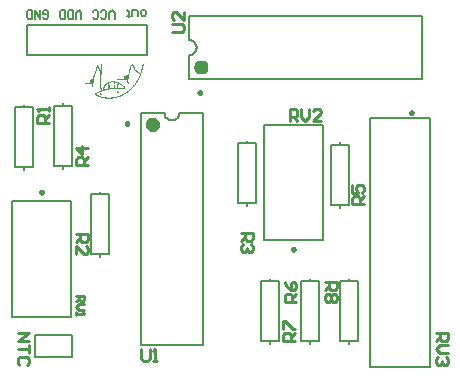
<source format=gto>
%FSTAX23Y23*%
%MOIN*%
%SFA1B1*%

%IPPOS*%
%ADD10C,0.009843*%
%ADD11C,0.023622*%
%ADD12C,0.007874*%
%ADD13C,0.010000*%
%LNntc-1*%
%LPD*%
G36*
X02904Y03585D02*
X02905D01*
Y03585*
X02905*
Y03585*
X02905*
Y03584*
X02905*
Y03584*
Y03584*
Y03584*
X02905*
Y03583*
Y03583*
Y03583*
Y03583*
Y03583*
X02905*
Y03582*
Y03582*
Y03582*
Y03582*
Y03581*
Y03581*
Y03581*
X02905*
Y03581*
Y03581*
Y0358*
Y0358*
Y0358*
Y0358*
X02905*
Y03579*
Y03579*
Y03579*
Y03579*
Y03579*
X02905*
Y03578*
Y03578*
Y03578*
Y03578*
Y03577*
Y03577*
X02904*
Y03577*
Y03577*
Y03577*
Y03576*
Y03576*
X02904*
Y03576*
Y03576*
Y03576*
Y03575*
Y03575*
X02904*
Y03575*
Y03575*
Y03574*
Y03574*
Y03574*
X02904*
Y03574*
Y03574*
Y03573*
Y03573*
Y03573*
X02903*
Y03573*
Y03572*
Y03572*
Y03572*
Y03572*
X02903*
Y03572*
Y03571*
Y03571*
Y03571*
X02903*
Y03571*
Y0357*
Y0357*
Y0357*
X02903*
Y0357*
Y0357*
Y03569*
Y03569*
Y03569*
X02903*
Y03569*
Y03568*
Y03568*
Y03568*
X02902*
Y03568*
Y03568*
Y03567*
Y03567*
X02902*
Y03567*
Y03567*
Y03566*
Y03566*
X02902*
Y03566*
Y03566*
Y03566*
Y03565*
X02902*
Y03565*
Y03565*
Y03565*
X02902*
Y03565*
Y03564*
Y03564*
Y03564*
X02901*
Y03564*
Y03563*
Y03563*
Y03563*
X02901*
Y03563*
Y03563*
Y03562*
X02901*
Y03562*
Y03562*
Y03562*
Y03561*
X02901*
Y03561*
Y03561*
Y03561*
X029*
Y03561*
Y0356*
Y0356*
X029*
Y0356*
Y0356*
Y03559*
Y03559*
X029*
Y03559*
Y03559*
Y03559*
X029*
Y03558*
Y03558*
Y03558*
X029*
Y03558*
Y03557*
Y03557*
X02899*
Y03557*
Y03557*
Y03557*
X02899*
Y03556*
Y03556*
Y03556*
X02899*
Y03556*
Y03556*
Y03555*
X02899*
Y03555*
Y03555*
Y03555*
X02898*
Y03554*
Y03554*
Y03554*
X02898*
Y03554*
Y03554*
Y03553*
X02898*
Y03553*
Y03553*
Y03553*
X02898*
Y03552*
Y03552*
Y03552*
X02898*
Y03552*
Y03552*
X02897*
Y03551*
Y03551*
Y03551*
X02897*
Y03551*
Y0355*
Y0355*
X02897*
Y0355*
X02897*
Y0355*
Y0355*
Y03549*
Y03549*
X02896*
Y03549*
Y03549*
Y03548*
X02896*
Y03548*
Y03548*
X02896*
Y03548*
Y03548*
Y03547*
X02896*
Y03547*
Y03547*
X02896*
Y03547*
Y03547*
Y03546*
X02895*
Y03546*
Y03546*
X02895*
Y03546*
Y03545*
Y03545*
X02895*
Y03545*
Y03545*
X02895*
Y03545*
Y03544*
X02894*
Y03544*
Y03544*
Y03544*
X02894*
Y03543*
Y03543*
X02894*
Y03543*
Y03543*
X02894*
Y03543*
Y03542*
Y03542*
X02894*
Y03542*
Y03542*
X02893*
Y03541*
Y03541*
X02893*
Y03541*
Y03541*
X02893*
Y03541*
Y0354*
X02893*
Y0354*
Y0354*
Y0354*
X02893*
Y03539*
Y03539*
X02892*
Y03539*
Y03539*
X02892*
Y03539*
Y03538*
X02892*
Y03538*
Y03538*
X02892*
Y03538*
Y03538*
X02891*
Y03537*
Y03537*
X02891*
Y03537*
Y03537*
X02891*
Y03536*
Y03536*
X02891*
Y03536*
Y03536*
X02891*
Y03536*
Y03535*
X0289*
Y03535*
X0289*
Y03535*
X0289*
Y03535*
Y03534*
X0289*
Y03534*
Y03534*
X0289*
Y03534*
Y03534*
X02889*
Y03533*
Y03533*
X02889*
Y03533*
Y03533*
X02889*
Y03532*
Y03532*
X02889*
Y03532*
X02889*
Y03532*
Y03532*
X02888*
Y03531*
Y03531*
X02888*
Y03531*
Y03531*
X02888*
Y0353*
Y0353*
X02888*
Y0353*
Y0353*
X02887*
Y0353*
X02887*
Y03529*
Y03529*
X02887*
Y03529*
Y03529*
X02887*
Y03528*
Y03528*
X02887*
Y03528*
Y03528*
X02886*
Y03528*
X02886*
Y03527*
Y03527*
X02886*
Y03527*
X02886*
Y03527*
Y03527*
X02885*
Y03526*
Y03526*
X02885*
Y03526*
X02885*
Y03526*
Y03525*
X02885*
Y03525*
Y03525*
X02885*
Y03525*
X02884*
Y03525*
X02885*
Y03525*
X02884*
Y03525*
Y03524*
X02884*
Y03524*
X02884*
Y03524*
Y03524*
X02884*
Y03523*
Y03523*
X02884*
Y03523*
X02883*
Y03523*
Y03523*
X02883*
Y03522*
X02883*
Y03522*
Y03522*
X02883*
Y03522*
X02882*
Y03521*
Y03521*
X02882*
Y03521*
Y03521*
X02882*
Y03521*
X02882*
Y0352*
X02882*
Y0352*
Y0352*
X02881*
Y0352*
X02881*
Y0352*
X02881*
Y0352*
X02881*
Y03519*
Y03519*
X02881*
Y03519*
X02881*
Y03519*
Y03519*
X0288*
Y03518*
X0288*
Y03518*
X0288*
Y03518*
Y03518*
X0288*
Y03518*
X0288*
Y03517*
Y03517*
X02879*
Y03517*
X02879*
Y03517*
X02879*
Y03516*
Y03516*
X02879*
Y03516*
X02878*
Y03516*
X02878*
Y03516*
Y03515*
X02878*
Y03515*
X02878*
Y03515*
Y03515*
X02878*
Y03514*
X02877*
Y03514*
X02877*
Y03514*
X02877*
Y03514*
Y03514*
X02877*
Y03514*
X02876*
Y03514*
X02877*
Y03513*
X02876*
Y03513*
X02876*
Y03513*
Y03513*
X02876*
Y03512*
Y03512*
X02876*
Y03512*
X02875*
Y03512*
Y03512*
X02875*
Y03511*
X02875*
Y03511*
X02875*
Y03511*
X02875*
Y03511*
X02874*
Y0351*
Y0351*
X02874*
Y0351*
X02874*
Y0351*
X02874*
Y0351*
X02873*
Y03509*
X02873*
Y03509*
Y03509*
X02873*
Y03509*
X02873*
Y03509*
X02873*
Y03508*
X02872*
Y03508*
X02872*
Y03508*
X02872*
Y03508*
Y03507*
X02872*
Y03507*
X02871*
Y03507*
X02871*
Y03507*
X02871*
Y03507*
X02871*
Y03506*
X02871*
Y03506*
X0287*
Y03506*
X0287*
Y03506*
Y03505*
X0287*
Y03505*
X0287*
Y03505*
X02869*
Y03505*
X02869*
Y03505*
X02869*
Y03504*
X02869*
Y03504*
Y03504*
X02868*
Y03504*
X02868*
Y03503*
X02868*
Y03503*
X02868*
Y03503*
X02867*
Y03503*
X02867*
Y03503*
X02867*
Y03502*
X02867*
Y03502*
X02867*
Y03502*
X02866*
Y03502*
Y03501*
X02866*
Y03501*
X02866*
Y03501*
X02865*
Y03501*
X02865*
Y03501*
X02865*
Y035*
X02865*
Y035*
X02865*
Y035*
X02864*
Y035*
X02864*
Y035*
X02864*
Y03499*
X02864*
Y03499*
X02863*
Y03499*
Y03499*
X02863*
Y03498*
X02863*
Y03498*
X02863*
Y03498*
X02862*
Y03498*
X02862*
Y03498*
X02862*
Y03497*
X02862*
Y03497*
X02861*
Y03497*
X02861*
Y03497*
X02861*
Y03496*
Y03496*
X0286*
Y03496*
X0286*
Y03496*
X0286*
Y03496*
X0286*
Y03495*
X02859*
Y03495*
X02859*
Y03495*
X02859*
Y03495*
X02858*
Y03494*
X02858*
Y03494*
X02858*
Y03494*
X02858*
Y03494*
X02858*
Y03494*
X02857*
Y03493*
X02857*
Y03493*
X02857*
Y03493*
X02856*
Y03493*
X02856*
Y03492*
X02856*
Y03492*
X02856*
Y03492*
X02855*
Y03492*
X02855*
Y03492*
X02855*
Y03491*
X02855*
Y03491*
X02854*
Y03491*
X02854*
Y03491*
X02853*
Y0349*
X02853*
Y0349*
X02853*
Y0349*
X02853*
Y0349*
X02852*
Y0349*
X02852*
Y03489*
X02852*
Y03489*
X02851*
Y03489*
X02851*
Y03489*
X02851*
Y03489*
X02851*
Y03488*
X0285*
Y03488*
X0285*
Y03488*
X0285*
Y03488*
X02849*
Y03487*
X02849*
Y03487*
X02849*
Y03487*
X02848*
Y03487*
X02849*
Y03487*
X02848*
Y03487*
X02848*
Y03487*
X02848*
Y03486*
X02847*
Y03486*
X02847*
Y03486*
X02847*
Y03486*
X02846*
Y03485*
X02846*
Y03485*
X02846*
Y03485*
X02845*
Y03485*
X02845*
Y03485*
X02845*
Y03485*
X02844*
Y03485*
Y03484*
X02844*
Y03484*
X02844*
Y03484*
X02844*
Y03484*
X02843*
Y03483*
X02843*
Y03483*
X02842*
Y03483*
X02842*
Y03483*
X02842*
Y03483*
X02842*
Y03483*
X02842*
Y03483*
X02841*
Y03483*
X02841*
Y03483*
X02841*
Y03482*
X02841*
Y03482*
X0284*
Y03482*
X0284*
Y03482*
X0284*
Y03481*
X02839*
Y03481*
X02839*
Y03481*
X02838*
Y03481*
X02838*
Y03481*
X02838*
Y0348*
X02837*
Y0348*
X02837*
Y0348*
X02836*
Y0348*
X02836*
Y0348*
X02835*
Y03479*
X02835*
Y03479*
X02835*
Y03479*
X02834*
Y03479*
X02833*
Y03478*
X02833*
Y03478*
X02833*
Y03478*
X02832*
Y03478*
X02832*
Y03478*
X02831*
Y03477*
X02831*
Y03477*
X0283*
Y03477*
X02829*
Y03477*
X02829*
Y03476*
X02828*
Y03476*
X02828*
Y03476*
X02827*
Y03476*
X02827*
Y03476*
X02826*
Y03475*
X02826*
Y03475*
X02825*
Y03475*
X02824*
Y03475*
X02824*
Y03474*
X02823*
Y03474*
X02823*
Y03474*
X02822*
Y03474*
X02822*
Y03474*
X02821*
Y03474*
Y03474*
X02821*
Y03473*
X0282*
Y03473*
X02819*
Y03473*
X02818*
Y03473*
X02818*
Y03472*
X02817*
Y03472*
X02816*
Y03472*
X02815*
Y03472*
X02815*
Y03472*
X02815*
Y03472*
X02815*
Y03472*
X02814*
Y03471*
X02813*
Y03471*
X02812*
Y03471*
X02811*
Y03471*
X0281*
Y03471*
X02808*
Y0347*
X02807*
Y0347*
X02806*
Y0347*
X02805*
Y0347*
X02803*
Y03469*
X02801*
Y03469*
X02799*
Y03469*
X02799*
Y03469*
Y03469*
X02796*
Y03469*
X02785*
Y03469*
X02782*
Y03469*
X0278*
Y03469*
X02778*
Y0347*
X02776*
Y0347*
X02775*
Y0347*
X02773*
Y0347*
X02772*
Y03471*
X02771*
Y03471*
X0277*
Y03471*
X02769*
Y03471*
X02768*
Y03471*
X02767*
Y03472*
X02766*
Y03472*
X02766*
Y03472*
X02765*
Y03472*
X02764*
Y03472*
X02763*
Y03473*
X02763*
Y03473*
X02762*
Y03473*
X02761*
Y03473*
X02761*
Y03474*
X0276*
Y03474*
X02759*
Y03474*
X02759*
Y03474*
X02758*
Y03474*
Y03475*
X02758*
Y03474*
X02757*
Y03475*
X02757*
Y03475*
X02756*
Y03475*
X02756*
Y03475*
X02755*
Y03476*
X02755*
Y03476*
X02754*
Y03476*
X02754*
Y03476*
X02753*
Y03476*
X02753*
Y03477*
X02752*
Y03477*
X02752*
Y03477*
X02752*
Y03477*
X02751*
Y03477*
X02751*
Y03477*
Y03478*
X02751*
Y03477*
X0275*
Y03478*
X0275*
Y03478*
X0275*
Y03478*
X02749*
Y03478*
X02749*
Y03478*
X02748*
Y03479*
X02748*
Y03479*
X02748*
Y03479*
Y03479*
X02747*
Y03479*
X02747*
Y03479*
X02747*
Y0348*
X02746*
Y0348*
Y0348*
X02746*
Y0348*
X02746*
Y0348*
X02746*
Y03481*
X02745*
Y03481*
X02745*
Y03481*
X02745*
Y03481*
X02745*
Y03481*
Y03482*
X02744*
Y03482*
X02745*
Y03482*
X02744*
Y03482*
Y03483*
X02744*
Y03483*
Y03483*
Y03483*
X02744*
Y03483*
Y03484*
Y03484*
Y03484*
Y03484*
Y03485*
Y03485*
X02744*
Y03485*
Y03485*
Y03485*
Y03486*
X02744*
Y03486*
Y03486*
X02744*
Y03486*
Y03487*
X02745*
Y03487*
X02745*
Y03487*
X02745*
Y03487*
X02745*
Y03487*
X02746*
Y03488*
X02746*
Y03488*
X02746*
Y03488*
X02746*
Y03488*
X02747*
Y03489*
X02747*
Y03489*
X02748*
Y03489*
X02748*
Y03489*
X02748*
Y03489*
X02749*
Y0349*
X02749*
Y0349*
X0275*
Y0349*
X0275*
Y0349*
X02751*
Y0349*
X02751*
Y03491*
X02752*
Y03491*
X02752*
Y03491*
X02753*
Y03491*
X02753*
Y03492*
X02753*
Y03492*
X02754*
Y03492*
X02755*
Y03492*
X02755*
Y03492*
X02756*
Y03493*
X02756*
Y03493*
X02757*
Y03493*
X02757*
Y03493*
X02757*
Y03493*
X02757*
Y03493*
X02758*
Y03494*
X02758*
Y03494*
X02759*
Y03494*
X02759*
Y03494*
X0276*
Y03494*
X0276*
Y03495*
X02761*
Y03495*
X02761*
Y03495*
X02762*
Y03495*
X02762*
Y03496*
Y03496*
X02762*
Y03496*
Y03496*
Y03496*
Y03497*
Y03497*
Y03497*
X02762*
Y03497*
Y03498*
Y03498*
Y03498*
Y03498*
Y03498*
X02762*
Y03499*
X02762*
Y03499*
X02762*
Y03499*
Y03499*
Y035*
Y035*
Y035*
X02761*
Y035*
Y035*
Y03501*
Y03501*
Y03501*
Y03501*
Y03501*
X02761*
Y03502*
Y03502*
Y03502*
Y03502*
Y03503*
Y03503*
Y03503*
Y03503*
X02761*
Y03503*
Y03504*
Y03504*
Y03504*
Y03504*
Y03505*
Y03505*
Y03505*
Y03505*
X02761*
Y03505*
Y03506*
Y03506*
Y03506*
Y03506*
Y03507*
Y03507*
Y03507*
Y03507*
X02761*
Y03507*
Y03508*
Y03508*
Y03508*
Y03508*
Y03509*
Y03509*
Y03509*
Y03509*
Y03509*
Y0351*
Y0351*
X0276*
Y0351*
Y0351*
Y0351*
Y03511*
Y03511*
Y03511*
Y03511*
Y03512*
Y03512*
Y03512*
Y03512*
Y03512*
Y03513*
Y03513*
X0276*
Y03513*
Y03513*
Y03514*
Y03514*
Y03514*
Y03514*
Y03514*
Y03515*
Y03515*
Y03515*
Y03515*
Y03516*
Y03516*
Y03516*
Y03516*
Y03516*
Y03517*
Y03517*
Y03517*
Y03517*
Y03518*
Y03518*
X0276*
Y03518*
Y03518*
Y03518*
Y03519*
Y03519*
Y03519*
Y03519*
Y03519*
Y0352*
Y0352*
Y0352*
Y0352*
Y03521*
Y03521*
Y03521*
Y03521*
Y03521*
Y03522*
Y03522*
Y03522*
Y03522*
Y03523*
Y03523*
Y03523*
Y03523*
Y03523*
Y03524*
Y03524*
Y03524*
Y03524*
Y03525*
Y03525*
Y03525*
Y03525*
Y03525*
Y03526*
Y03526*
Y03526*
Y03526*
Y03527*
Y03527*
Y03527*
Y03527*
Y03527*
Y03528*
Y03528*
Y03528*
Y03528*
Y03528*
Y03529*
Y03529*
Y03529*
Y03529*
Y0353*
Y0353*
Y0353*
Y0353*
Y0353*
Y03531*
Y03531*
Y03531*
Y03531*
Y03532*
Y03532*
Y03532*
Y03532*
X0276*
Y03532*
Y03533*
Y03533*
Y03533*
Y03533*
Y03534*
Y03534*
Y03534*
Y03534*
Y03534*
Y03535*
Y03535*
Y03535*
Y03535*
Y03536*
Y03536*
Y03536*
Y03536*
Y03536*
Y03537*
Y03537*
Y03537*
Y03537*
Y03538*
X0276*
Y03538*
Y03538*
Y03538*
Y03538*
Y03539*
Y03539*
Y03539*
Y03539*
Y03539*
Y0354*
Y0354*
Y0354*
Y0354*
Y03541*
Y03541*
Y03541*
Y03541*
Y03541*
Y03542*
X02761*
Y03542*
Y03542*
Y03542*
Y03543*
Y03543*
Y03543*
Y03543*
Y03543*
X02761*
Y03544*
X02761*
Y03544*
Y03544*
Y03544*
Y03545*
Y03545*
Y03545*
X02761*
Y03545*
Y03545*
Y03546*
Y03546*
Y03546*
Y03546*
Y03547*
Y03547*
Y03547*
Y03547*
Y03547*
Y03548*
X02761*
Y03548*
Y03548*
Y03548*
Y03548*
Y03549*
Y03549*
Y03549*
Y03549*
Y0355*
Y0355*
Y0355*
Y0355*
Y0355*
Y03551*
X02761*
Y03551*
Y03551*
Y03551*
Y03552*
Y03552*
Y03552*
Y03552*
Y03552*
Y03553*
Y03553*
Y03553*
Y03553*
X02761*
Y03554*
Y03554*
Y03554*
Y03554*
Y03554*
Y03555*
Y03555*
Y03555*
Y03555*
Y03556*
Y03556*
X02762*
Y03556*
Y03556*
X02761*
Y03556*
Y03557*
X02761*
Y03557*
Y03557*
X02761*
Y03557*
Y03557*
X02761*
Y03558*
Y03558*
X02761*
Y03558*
X0276*
Y03558*
Y03559*
X0276*
Y03559*
Y03559*
X0276*
Y03559*
Y03559*
X0276*
Y0356*
Y0356*
X02759*
Y0356*
X02759*
Y0356*
Y03561*
X02759*
Y03561*
X02759*
Y03561*
X02759*
Y03561*
Y03561*
X02759*
Y03562*
Y03562*
X02758*
Y03562*
Y03562*
X02758*
Y03563*
X02758*
Y03563*
Y03563*
X02758*
Y03563*
Y03563*
X02757*
Y03564*
Y03564*
X02757*
Y03564*
Y03564*
X02757*
Y03565*
Y03565*
X02757*
Y03565*
Y03565*
X02757*
Y03565*
X02756*
Y03566*
Y03566*
X02756*
Y03566*
Y03566*
X02756*
Y03566*
Y03567*
X02756*
Y03567*
Y03567*
X02755*
Y03567*
Y03568*
X02755*
Y03568*
Y03568*
X02755*
Y03568*
X02755*
Y03568*
Y03569*
Y03569*
X02755*
Y03569*
X02754*
Y03569*
Y0357*
X02754*
Y0357*
Y0357*
X02754*
Y0357*
Y0357*
X02754*
Y03571*
Y03571*
X02753*
Y03571*
Y03571*
X02753*
Y03572*
Y03572*
X02753*
Y03572*
Y03572*
X02753*
Y03572*
Y03573*
X02753*
Y03573*
Y03573*
X02752*
Y03573*
Y03574*
X02752*
Y03574*
X02752*
Y03574*
Y03573*
X02752*
Y03573*
Y03573*
Y03573*
Y03572*
X02752*
Y03572*
Y03572*
Y03572*
X02751*
Y03572*
Y03571*
Y03571*
Y03571*
X02751*
Y03571*
Y0357*
Y0357*
X02751*
Y0357*
Y0357*
Y0357*
Y03569*
X02751*
Y03569*
Y03569*
Y03569*
X0275*
Y03568*
Y03568*
Y03568*
Y03568*
X0275*
Y03568*
Y03567*
Y03567*
X0275*
Y03567*
Y03567*
Y03566*
X0275*
Y03566*
X0275*
Y03566*
X0275*
Y03566*
Y03566*
X0275*
Y03565*
Y03565*
Y03565*
X02749*
Y03565*
Y03565*
Y03564*
Y03564*
X02749*
Y03564*
Y03564*
Y03563*
X02749*
Y03563*
Y03563*
Y03563*
X02749*
Y03563*
Y03562*
Y03562*
Y03562*
X02748*
Y03562*
Y03561*
Y03561*
X02748*
Y03561*
Y03561*
Y03561*
X02748*
Y0356*
Y0356*
Y0356*
X02748*
Y0356*
Y03559*
Y03559*
Y03559*
X02748*
Y03559*
X02747*
Y03559*
X02748*
Y03558*
X02747*
Y03558*
Y03558*
Y03558*
X02747*
Y03558*
X02747*
Y03558*
X02747*
Y03557*
Y03557*
Y03557*
X02747*
Y03557*
Y03557*
Y03556*
X02747*
Y03556*
Y03556*
Y03556*
Y03556*
X02746*
Y03555*
Y03555*
Y03555*
X02746*
Y03555*
Y03554*
Y03554*
X02746*
Y03554*
Y03554*
Y03554*
X02746*
Y03553*
Y03553*
Y03553*
X02746*
Y03553*
Y03552*
Y03552*
X02745*
Y03552*
Y03552*
Y03552*
X02745*
Y03551*
Y03551*
Y03551*
X02745*
Y03551*
Y0355*
Y0355*
X02745*
Y0355*
Y0355*
Y0355*
X02744*
Y03549*
Y03549*
Y03549*
X02744*
Y03549*
Y03548*
Y03548*
X02744*
Y03548*
Y03548*
Y03548*
X02744*
Y03547*
Y03547*
Y03547*
X02744*
Y03547*
Y03547*
Y03546*
X02743*
Y03546*
Y03546*
Y03546*
X02743*
Y03545*
Y03545*
Y03545*
X02743*
Y03545*
Y03545*
Y03544*
X02743*
Y03544*
Y03544*
Y03544*
X02742*
Y03543*
Y03543*
Y03543*
X02742*
Y03543*
Y03543*
Y03542*
X02742*
Y03542*
Y03542*
Y03542*
X02742*
Y03541*
Y03541*
Y03541*
X02742*
Y03541*
Y03541*
Y0354*
X02741*
Y0354*
Y0354*
X02741*
Y0354*
Y03539*
Y03539*
X02741*
Y03539*
Y03539*
Y03539*
X02741*
Y03538*
Y03538*
Y03538*
X02741*
Y03538*
X0274*
Y03538*
X02741*
Y03537*
X0274*
Y03537*
Y03537*
Y03537*
X0274*
Y03536*
Y03536*
X0274*
Y03536*
Y03536*
Y03536*
X0274*
Y03535*
Y03535*
Y03535*
X02739*
Y03535*
Y03534*
Y03534*
X02739*
Y03534*
Y03534*
X02739*
Y03534*
Y03533*
Y03533*
X02739*
Y03533*
Y03533*
Y03532*
X02739*
Y03532*
Y03532*
X02738*
Y03532*
Y03532*
Y03531*
X02739*
Y03531*
X02739*
Y03531*
X02739*
Y03531*
X02739*
Y0353*
X02739*
Y0353*
X02739*
Y0353*
X0274*
Y0353*
Y0353*
X0274*
Y03529*
Y03529*
X0274*
Y03529*
Y03529*
Y03528*
X0274*
Y03528*
Y03528*
Y03528*
Y03528*
Y03527*
X02741*
Y03527*
Y03527*
Y03527*
Y03527*
Y03526*
Y03526*
Y03526*
Y03526*
Y03525*
Y03525*
X0274*
Y03525*
X0274*
Y03525*
X0274*
Y03525*
Y03524*
Y03524*
X0274*
Y03524*
Y03524*
Y03523*
X0274*
Y03523*
Y03523*
X0274*
Y03523*
Y03523*
Y03522*
X02739*
Y03522*
Y03522*
X02739*
Y03522*
Y03521*
Y03521*
X02739*
Y03521*
X02739*
Y03521*
Y03521*
X02738*
Y0352*
X02738*
Y0352*
Y0352*
X02738*
Y0352*
X02738*
Y03519*
X02737*
Y03519*
X02737*
Y03519*
X02737*
Y03519*
X02737*
Y03519*
X02736*
Y03518*
Y03518*
Y03518*
Y03518*
X02736*
Y03518*
X02735*
Y03518*
X02736*
Y03518*
Y03517*
Y03517*
Y03517*
Y03517*
Y03516*
Y03516*
Y03516*
Y03516*
Y03516*
X02735*
Y03515*
Y03515*
X02735*
Y03515*
X02735*
Y03515*
Y03514*
X02735*
Y03514*
Y03514*
Y03514*
Y03514*
Y03513*
Y03513*
X02735*
Y03513*
Y03513*
Y03512*
X02736*
Y03512*
Y03512*
X02736*
Y03512*
Y03512*
X02736*
Y03511*
Y03511*
X02736*
Y03511*
X02737*
Y03511*
X02737*
Y0351*
X02737*
Y0351*
X02737*
Y0351*
X02737*
Y0351*
X02738*
Y0351*
Y03509*
Y03509*
Y03509*
Y03509*
Y03509*
Y03508*
Y03508*
X02737*
Y03508*
Y03508*
X02737*
Y03507*
X02737*
Y03507*
X02737*
Y03507*
X02736*
Y03507*
Y03507*
X02736*
Y03507*
X02735*
Y03507*
X02735*
Y03508*
X02734*
Y03508*
X02734*
Y03508*
X02734*
Y03508*
X02734*
Y03509*
X02733*
Y03509*
Y03509*
X02733*
Y03509*
X02733*
Y03509*
X02733*
Y0351*
Y0351*
X02733*
Y0351*
Y0351*
X02732*
Y0351*
Y03511*
Y03511*
Y03511*
X02732*
Y03511*
Y03512*
X02732*
Y03512*
Y03512*
Y03512*
X02732*
Y03512*
Y03513*
Y03513*
Y03513*
Y03513*
X02732*
Y03514*
Y03514*
Y03514*
Y03514*
Y03514*
Y03515*
Y03515*
Y03515*
Y03515*
Y03516*
Y03516*
Y03516*
Y03516*
Y03516*
Y03517*
Y03517*
X02732*
Y03517*
X02729*
Y03517*
X02728*
Y03518*
X02727*
Y03518*
X02727*
Y03518*
X02726*
Y03517*
X02726*
Y03517*
X02725*
Y03517*
X02724*
Y03517*
X02721*
Y03517*
X02719*
Y03517*
X02714*
Y03517*
X02713*
Y03518*
X02712*
Y03518*
X02712*
Y03518*
X02712*
Y03518*
X02712*
Y03518*
Y03519*
X02711*
Y03519*
Y03519*
Y03519*
Y03519*
Y0352*
X02712*
Y0352*
Y0352*
X02712*
Y0352*
Y03521*
X02712*
Y03521*
X02713*
Y03521*
X02713*
Y03521*
X02718*
Y03521*
X0272*
Y0352*
X02721*
Y0352*
X02723*
Y0352*
X02724*
Y03521*
X02725*
Y03521*
X02725*
Y03521*
X02725*
Y03521*
X02726*
Y03521*
X02726*
Y03522*
Y03522*
X02726*
Y03522*
X02726*
Y03522*
Y03523*
Y03523*
X02726*
Y03523*
Y03523*
Y03523*
X02727*
Y03524*
Y03524*
Y03524*
X02727*
Y03524*
X02727*
Y03525*
X02727*
Y03525*
Y03525*
Y03525*
X02727*
Y03525*
Y03526*
Y03526*
Y03526*
Y03526*
X02727*
Y03527*
Y03527*
Y03527*
Y03527*
X02728*
Y03527*
Y03528*
Y03528*
X02728*
Y03528*
Y03528*
Y03528*
X02728*
Y03529*
Y03529*
X02728*
Y03529*
Y03529*
X02728*
Y0353*
Y0353*
X02729*
Y0353*
Y0353*
X02729*
Y0353*
Y03531*
X02729*
Y03531*
X0273*
Y03531*
X0273*
Y03531*
Y03532*
X0273*
Y03532*
X0273*
Y03532*
X02731*
Y03532*
Y03532*
X02731*
Y03533*
X02732*
Y03533*
X02732*
Y03533*
X02733*
Y03533*
X02735*
Y03533*
X02735*
Y03533*
X02735*
Y03534*
Y03534*
Y03534*
X02735*
Y03534*
Y03534*
Y03535*
X02736*
Y03535*
Y03535*
Y03535*
X02736*
Y03536*
Y03536*
X02736*
Y03536*
Y03536*
Y03536*
X02736*
Y03537*
Y03537*
Y03537*
X02737*
Y03537*
Y03538*
Y03538*
X02737*
Y03538*
Y03538*
Y03538*
X02737*
Y03539*
Y03539*
X02737*
Y03539*
Y03539*
Y03539*
X02737*
Y0354*
Y0354*
Y0354*
X02738*
Y0354*
Y03541*
Y03541*
X02738*
Y03541*
Y03541*
Y03541*
X02738*
Y03542*
Y03542*
X02738*
Y03542*
X02739*
Y03542*
X02738*
Y03543*
X02739*
Y03543*
Y03543*
Y03543*
X02739*
Y03543*
Y03544*
Y03544*
X02739*
Y03544*
Y03544*
Y03545*
X02739*
Y03545*
Y03545*
Y03545*
X02739*
Y03545*
Y03546*
X0274*
Y03546*
Y03546*
Y03546*
Y03547*
X0274*
Y03547*
Y03547*
Y03547*
X0274*
Y03547*
Y03548*
Y03548*
X0274*
Y03548*
Y03548*
Y03548*
X02741*
Y03549*
Y03549*
X02741*
Y03549*
Y03549*
Y0355*
Y0355*
X02741*
Y0355*
X02741*
Y0355*
Y0355*
X02741*
Y03551*
Y03551*
Y03551*
X02741*
Y03551*
Y03552*
Y03552*
X02742*
Y03552*
Y03552*
Y03552*
X02742*
Y03553*
Y03553*
Y03553*
X02742*
Y03553*
Y03554*
Y03554*
X02742*
Y03554*
X02742*
Y03554*
Y03554*
X02742*
Y03555*
Y03555*
Y03555*
X02743*
Y03555*
Y03556*
Y03556*
X02743*
Y03556*
Y03556*
Y03556*
X02743*
Y03557*
Y03557*
Y03557*
Y03557*
X02743*
Y03557*
Y03558*
Y03558*
X02744*
Y03558*
Y03558*
Y03559*
X02744*
Y03559*
Y03559*
Y03559*
X02744*
Y03559*
Y0356*
Y0356*
X02744*
Y0356*
Y0356*
Y03561*
Y03561*
X02745*
Y03561*
X02744*
Y03561*
Y03561*
X02745*
Y03562*
Y03562*
Y03562*
X02745*
Y03562*
Y03563*
Y03563*
X02745*
Y03563*
Y03563*
Y03563*
Y03564*
X02745*
Y03564*
Y03564*
Y03564*
X02746*
Y03565*
Y03565*
Y03565*
X02746*
Y03565*
Y03565*
Y03566*
Y03566*
X02746*
Y03566*
Y03566*
Y03566*
X02746*
Y03567*
X02746*
Y03567*
Y03567*
X02746*
Y03567*
Y03568*
Y03568*
Y03568*
X02747*
Y03568*
Y03568*
Y03569*
X02747*
Y03569*
Y03569*
Y03569*
Y0357*
X02747*
Y0357*
Y0357*
Y0357*
X02747*
Y0357*
X02748*
Y03571*
X02747*
Y03571*
Y03571*
X02748*
Y03571*
Y03572*
Y03572*
X02748*
Y03572*
Y03572*
Y03572*
Y03573*
X02748*
Y03573*
Y03573*
Y03573*
X02748*
Y03574*
Y03574*
Y03574*
X02748*
Y03574*
Y03574*
Y03575*
Y03575*
X02749*
Y03575*
Y03575*
Y03576*
Y03576*
X02749*
Y03576*
Y03576*
Y03576*
Y03577*
X02749*
Y03577*
Y03577*
Y03577*
X02749*
Y03577*
Y03578*
Y03578*
Y03578*
X0275*
Y03578*
Y03579*
Y03579*
X0275*
Y03579*
Y03579*
Y03579*
Y0358*
X0275*
Y0358*
Y0358*
X0275*
Y0358*
X0275*
Y03581*
X02751*
Y03581*
X02752*
Y03581*
X02753*
Y0358*
X02753*
Y0358*
X02753*
Y0358*
X02753*
Y0358*
Y03579*
X02753*
Y03579*
Y03579*
X02754*
Y03579*
Y03579*
X02754*
Y03578*
Y03578*
X02754*
Y03578*
Y03578*
X02754*
Y03577*
Y03577*
X02755*
Y03577*
Y03577*
Y03577*
X02755*
Y03576*
X02755*
Y03576*
Y03576*
X02755*
Y03576*
Y03576*
X02755*
Y03575*
Y03575*
Y03575*
X02756*
Y03575*
X02756*
Y03574*
Y03574*
X02756*
Y03574*
Y03574*
X02756*
Y03574*
Y03573*
X02757*
Y03573*
Y03573*
X02757*
Y03573*
Y03572*
X02757*
Y03572*
Y03572*
X02757*
Y03572*
Y03572*
X02757*
Y03571*
Y03571*
X02758*
Y03571*
Y03571*
X02758*
Y0357*
Y0357*
X02758*
Y0357*
Y0357*
X02758*
Y0357*
X02759*
Y03569*
Y03569*
X02759*
Y03569*
Y03569*
X02759*
Y03568*
Y03568*
X02759*
Y03568*
Y03568*
X02759*
Y03568*
Y03567*
X0276*
Y03567*
Y03567*
X0276*
Y03567*
Y03566*
X0276*
Y03566*
X0276*
Y03566*
Y03566*
X02761*
Y03566*
Y03565*
X02761*
Y03565*
Y03565*
X02761*
Y03565*
Y03565*
X02761*
Y03564*
Y03564*
X02761*
Y03564*
Y03564*
X02762*
Y03563*
X02762*
Y03563*
Y03563*
X02762*
Y03563*
Y03563*
Y03564*
Y03564*
Y03564*
Y03564*
Y03565*
Y03565*
X02762*
Y03565*
Y03565*
Y03565*
Y03566*
Y03566*
Y03566*
Y03566*
Y03566*
Y03567*
Y03567*
X02763*
Y03567*
Y03567*
Y03568*
Y03568*
Y03568*
Y03568*
Y03568*
Y03569*
Y03569*
Y03569*
X02763*
Y03569*
Y0357*
Y0357*
Y0357*
Y0357*
Y0357*
Y03571*
Y03571*
Y03571*
X02763*
Y03571*
Y03572*
Y03572*
Y03572*
Y03572*
Y03572*
Y03573*
Y03573*
Y03573*
Y03573*
X02763*
Y03574*
Y03574*
Y03574*
Y03574*
Y03574*
Y03575*
Y03575*
Y03575*
Y03575*
Y03576*
X02764*
Y03576*
Y03576*
Y03576*
Y03576*
Y03577*
Y03577*
Y03577*
Y03577*
Y03577*
X02764*
Y03578*
Y03578*
Y03578*
Y03578*
Y03579*
Y03579*
Y03579*
Y03579*
Y03579*
Y0358*
X02764*
Y0358*
Y0358*
Y0358*
Y03581*
Y03581*
Y03581*
Y03581*
Y03581*
Y03582*
Y03582*
X02764*
Y03582*
Y03582*
Y03583*
Y03583*
Y03583*
Y03583*
Y03583*
Y03584*
X02764*
Y03584*
Y03584*
X02765*
Y03584*
X02765*
Y03585*
X02765*
Y03585*
X02767*
Y03585*
X02767*
Y03584*
X02768*
Y03584*
X02768*
Y03584*
Y03584*
X02768*
Y03583*
Y03583*
Y03583*
X02768*
Y03583*
Y03583*
Y03582*
Y03582*
Y03582*
Y03582*
Y03581*
Y03581*
Y03581*
Y03581*
Y03581*
X02768*
Y0358*
Y0358*
Y0358*
Y0358*
Y03579*
Y03579*
Y03579*
Y03579*
Y03579*
Y03578*
Y03578*
X02767*
Y03578*
Y03578*
Y03577*
Y03577*
Y03577*
Y03577*
Y03577*
Y03576*
Y03576*
Y03576*
X02767*
Y03576*
Y03576*
Y03575*
Y03575*
Y03575*
Y03575*
Y03574*
Y03574*
Y03574*
Y03574*
X02767*
Y03574*
Y03573*
Y03573*
Y03573*
Y03573*
Y03572*
Y03572*
Y03572*
Y03572*
Y03572*
X02767*
Y03571*
Y03571*
Y03571*
Y03571*
Y0357*
X02766*
Y0357*
X02767*
Y0357*
Y0357*
Y0357*
Y03569*
Y03569*
X02766*
Y03569*
Y03569*
Y03568*
Y03568*
Y03568*
Y03568*
Y03568*
Y03567*
Y03567*
X02766*
Y03567*
Y03567*
Y03566*
Y03566*
Y03566*
Y03566*
Y03566*
Y03565*
Y03565*
Y03565*
Y03565*
X02766*
Y03565*
Y03564*
Y03564*
Y03564*
Y03564*
Y03563*
Y03563*
Y03563*
Y03563*
Y03563*
X02766*
Y03562*
Y03562*
Y03562*
Y03562*
Y03561*
Y03561*
Y03561*
Y03561*
Y03561*
Y0356*
Y0356*
X02766*
Y0356*
Y0356*
Y03559*
Y03559*
Y03559*
Y03559*
Y03559*
Y03558*
Y03558*
Y03558*
Y03558*
X02765*
Y03557*
Y03557*
Y03557*
Y03557*
Y03557*
Y03556*
Y03556*
Y03556*
Y03556*
Y03556*
X02765*
Y03555*
X02765*
Y03555*
X02765*
Y03555*
Y03555*
Y03554*
Y03554*
Y03554*
Y03554*
Y03554*
Y03553*
Y03553*
X02765*
Y03553*
Y03553*
Y03552*
Y03552*
Y03552*
Y03552*
Y03552*
Y03551*
Y03551*
Y03551*
Y03551*
Y0355*
X02765*
Y0355*
Y0355*
Y0355*
Y0355*
Y03549*
Y03549*
Y03549*
Y03549*
Y03548*
Y03548*
Y03548*
Y03548*
X02764*
Y03548*
Y03547*
Y03547*
Y03547*
Y03547*
Y03547*
Y03546*
Y03546*
Y03546*
Y03546*
Y03545*
Y03545*
Y03545*
X02764*
Y03545*
Y03545*
Y03544*
Y03544*
Y03544*
Y03544*
Y03543*
Y03543*
Y03543*
Y03543*
Y03543*
Y03542*
Y03542*
Y03542*
Y03542*
X02764*
Y03541*
Y03541*
Y03541*
Y03541*
Y03541*
Y0354*
Y0354*
Y0354*
Y0354*
Y03539*
Y03539*
Y03539*
Y03539*
Y03539*
X02764*
Y03538*
X02764*
Y03538*
Y03538*
X02764*
Y03538*
Y03538*
Y03537*
Y03537*
Y03537*
Y03537*
Y03536*
Y03536*
Y03536*
Y03536*
Y03536*
Y03535*
Y03535*
Y03535*
Y03535*
Y03534*
Y03534*
Y03534*
Y03534*
Y03534*
Y03533*
Y03533*
X02764*
Y03533*
Y03533*
Y03532*
Y03532*
Y03532*
Y03532*
Y03532*
Y03531*
Y03531*
Y03531*
Y03531*
Y0353*
Y0353*
Y0353*
Y0353*
Y0353*
Y03529*
Y03529*
Y03529*
Y03529*
Y03528*
Y03528*
Y03528*
Y03528*
Y03528*
Y03527*
Y03527*
Y03527*
Y03527*
Y03527*
Y03526*
Y03526*
Y03526*
Y03526*
Y03525*
Y03525*
Y03525*
Y03525*
Y03525*
Y03524*
Y03524*
Y03524*
Y03524*
Y03523*
Y03523*
Y03523*
Y03523*
Y03523*
Y03522*
Y03522*
Y03522*
Y03522*
Y03521*
Y03521*
Y03521*
Y03521*
Y03521*
Y0352*
Y0352*
Y0352*
Y0352*
Y03519*
Y03519*
Y03519*
Y03519*
Y03519*
Y03518*
Y03518*
Y03518*
Y03518*
Y03518*
Y03517*
Y03517*
Y03517*
Y03517*
Y03516*
Y03516*
Y03516*
Y03516*
X02764*
Y03516*
Y03515*
Y03515*
Y03515*
Y03515*
Y03514*
Y03514*
Y03514*
Y03514*
Y03514*
Y03513*
Y03513*
Y03513*
Y03513*
Y03512*
Y03512*
Y03512*
Y03512*
X02764*
Y03512*
Y03511*
Y03511*
Y03511*
Y03511*
Y0351*
Y0351*
Y0351*
Y0351*
Y0351*
Y03509*
Y03509*
Y03509*
X02764*
Y03509*
Y03509*
Y03508*
Y03508*
Y03508*
Y03508*
Y03507*
Y03507*
Y03507*
Y03507*
X02764*
Y03507*
X02764*
Y03506*
Y03506*
Y03506*
Y03506*
Y03505*
Y03505*
Y03505*
Y03505*
Y03505*
X02765*
Y03504*
Y03504*
Y03504*
Y03504*
Y03503*
Y03503*
Y03503*
Y03503*
Y03503*
X02765*
Y03502*
Y03502*
Y03502*
Y03502*
Y03501*
Y03501*
Y03501*
X02765*
Y03501*
Y03501*
Y035*
Y035*
Y035*
Y035*
Y035*
X02765*
Y03499*
Y03499*
Y03499*
Y03499*
Y03498*
Y03498*
X02766*
Y03498*
Y03498*
Y03498*
Y03497*
Y03497*
Y03497*
X02766*
Y03497*
X02766*
Y03497*
X02767*
Y03497*
X02767*
Y03497*
X02768*
Y03498*
X02769*
Y03498*
X02769*
Y03498*
Y03498*
Y03498*
Y03499*
Y03499*
Y03499*
Y03499*
Y035*
Y035*
Y035*
X02769*
Y035*
Y035*
Y03501*
Y03501*
Y03501*
Y03501*
Y03501*
X02769*
Y03502*
Y03502*
Y03502*
Y03502*
Y03503*
X0277*
Y03503*
Y03503*
Y03503*
Y03503*
X0277*
Y03504*
Y03504*
Y03504*
Y03504*
X0277*
Y03505*
Y03505*
Y03505*
X0277*
Y03505*
Y03505*
Y03506*
X0277*
Y03506*
Y03506*
Y03506*
X02771*
Y03507*
Y03507*
X02771*
Y03507*
Y03507*
Y03507*
X02771*
Y03508*
Y03508*
X02771*
Y03508*
Y03508*
X02771*
Y03509*
Y03509*
X02772*
Y03509*
Y03509*
X02772*
Y03509*
Y0351*
X02772*
Y0351*
Y0351*
X02772*
Y0351*
Y0351*
X02773*
Y03511*
X02773*
Y03511*
Y03511*
X02773*
Y03511*
Y03512*
X02773*
Y03512*
Y03512*
Y03512*
X02774*
Y03512*
X02774*
Y03513*
Y03513*
X02774*
Y03513*
X02774*
Y03513*
X02775*
Y03514*
Y03514*
X02775*
Y03514*
X02775*
Y03514*
X02775*
Y03514*
Y03515*
X02775*
Y03515*
X02776*
Y03515*
X02776*
Y03515*
X02776*
Y03516*
X02776*
Y03516*
X02777*
Y03516*
X02777*
Y03516*
X02777*
Y03516*
X02777*
Y03517*
Y03517*
X02778*
Y03517*
X02778*
Y03517*
X02778*
Y03518*
X02778*
Y03518*
X02779*
Y03518*
X02779*
Y03518*
X02779*
Y03518*
X02779*
Y03519*
X02779*
Y03519*
X0278*
Y03519*
X0278*
Y03519*
X0278*
Y03519*
X0278*
Y0352*
X02781*
Y0352*
X02781*
Y0352*
X02782*
Y0352*
X02782*
Y03521*
X02782*
Y03521*
X02782*
Y03521*
X02783*
Y03521*
X02783*
Y03521*
X02784*
Y03521*
X02784*
Y03521*
X02784*
Y03522*
X02784*
Y03522*
X02784*
Y03522*
X02785*
Y03522*
X02785*
Y03523*
X02786*
Y03523*
X02786*
Y03523*
X02786*
Y03523*
X02787*
Y03523*
X02787*
Y03524*
X02788*
Y03524*
X02788*
Y03524*
X02789*
Y03524*
X02789*
Y03524*
X02789*
Y03524*
X02789*
Y03525*
X0279*
Y03525*
X02791*
Y03525*
X02791*
Y03525*
X02792*
Y03525*
X02793*
Y03526*
X02794*
Y03526*
X02795*
Y03526*
X02796*
Y03526*
X02797*
Y03527*
X02799*
Y03527*
X02802*
Y03527*
X02804*
Y03527*
X02807*
Y03527*
X02809*
Y03526*
X0281*
Y03526*
X02811*
Y03526*
X02813*
Y03526*
X02813*
Y03525*
X02814*
Y03525*
X02815*
Y03525*
X02816*
Y03525*
X02817*
Y03525*
X02817*
Y03524*
X02818*
Y03524*
X02819*
Y03524*
X02819*
Y03524*
X0282*
Y03523*
X0282*
Y03523*
X02821*
Y03523*
X02821*
Y03523*
X02822*
Y03523*
X02822*
Y03522*
X02823*
Y03522*
X02823*
Y03522*
X02824*
Y03522*
X02824*
Y03521*
X02825*
Y03521*
X02825*
Y03521*
X02826*
Y03521*
X02826*
Y03521*
X02826*
Y0352*
X02827*
Y0352*
X02827*
Y0352*
X02828*
Y0352*
X02828*
Y03519*
X02828*
Y03519*
X02829*
Y03519*
X02829*
Y03519*
X0283*
Y03519*
X0283*
Y03518*
X0283*
Y03518*
X02831*
Y03518*
X02831*
Y03518*
X02831*
Y03518*
X02832*
Y03517*
X02832*
Y03517*
X02832*
Y03517*
X02833*
Y03517*
X02833*
Y03516*
X02833*
Y03516*
X02834*
Y03516*
X02834*
Y03516*
X02834*
Y03516*
X02835*
Y03515*
X02835*
Y03515*
X02835*
Y03515*
X02835*
Y03515*
X02836*
Y03514*
X02836*
Y03514*
X02836*
Y03514*
X02837*
Y03514*
X02837*
Y03514*
X02837*
Y03513*
X02838*
Y03513*
X02838*
Y03513*
X02838*
Y03513*
X02838*
Y03512*
X02839*
Y03512*
X02839*
Y03512*
X02839*
Y03512*
X02839*
Y03512*
X0284*
Y03511*
X0284*
Y03511*
X0284*
Y03511*
X0284*
Y03511*
X02841*
Y0351*
X02841*
Y0351*
X02841*
Y0351*
X02841*
Y0351*
X02842*
Y0351*
X02842*
Y03509*
X02842*
Y03509*
X02842*
Y03509*
X02842*
Y03509*
Y03509*
X02843*
Y03508*
X02843*
Y03508*
Y03508*
X02843*
Y03508*
Y03507*
X02843*
Y03507*
Y03507*
Y03507*
X02844*
Y03507*
Y03506*
Y03506*
Y03506*
Y03506*
Y03505*
Y03505*
Y03505*
Y03505*
Y03505*
Y03504*
Y03504*
X02843*
Y03504*
Y03504*
X02843*
Y03503*
Y03503*
X02843*
Y03503*
Y03503*
X02842*
Y03503*
Y03502*
X02842*
Y03502*
X02842*
Y03502*
X02842*
Y03502*
X02841*
Y03501*
X02841*
Y03501*
X0284*
Y03501*
X02835*
Y03501*
X02833*
Y03501*
X02831*
Y03502*
X02829*
Y03502*
X02826*
Y03502*
X02826*
Y03502*
X02825*
Y03502*
X02812*
Y03502*
X02809*
Y03502*
X02809*
Y03502*
X02808*
Y03502*
X02805*
Y03501*
X02803*
Y03501*
X02801*
Y03501*
X02801*
Y03501*
X028*
Y03501*
X02799*
Y03501*
X02798*
Y03501*
X02796*
Y035*
X02795*
Y035*
X02793*
Y035*
X02792*
Y035*
X02791*
Y035*
X0279*
Y03499*
X02788*
Y03499*
X02787*
Y03499*
X02786*
Y03499*
X02785*
Y03498*
X02784*
Y03498*
X02783*
Y03498*
X02782*
Y03498*
X02782*
Y03498*
X02781*
Y03497*
X0278*
Y03497*
X02779*
Y03497*
X02778*
Y03497*
X02777*
Y03496*
X02777*
Y03496*
X02776*
Y03496*
X02775*
Y03496*
X02774*
Y03496*
X02774*
Y03495*
X02773*
Y03495*
X02772*
Y03495*
X02772*
Y03495*
X02771*
Y03495*
Y03495*
X02771*
Y03494*
X0277*
Y03494*
X0277*
Y03494*
X0277*
Y03494*
Y03494*
X02769*
Y03494*
X02768*
Y03494*
X02768*
Y03493*
X02767*
Y03493*
X02766*
Y03493*
X02766*
Y03493*
X02765*
Y03492*
X02765*
Y03492*
X02764*
Y03492*
X02764*
Y03492*
X02763*
Y03492*
X02762*
Y03491*
X02762*
Y03491*
X02761*
Y03491*
X02761*
Y03491*
X0276*
Y0349*
X0276*
Y0349*
X02759*
Y0349*
X02759*
Y0349*
X02758*
Y0349*
X02758*
Y03489*
X02757*
Y03489*
X02757*
Y03489*
X02756*
Y03489*
X02756*
Y03489*
X02755*
Y03488*
X02755*
Y03488*
X02754*
Y03488*
X02754*
Y03488*
X02753*
Y03487*
X02753*
Y03487*
X02752*
Y03487*
X02752*
Y03487*
X02751*
Y03487*
X02751*
Y03486*
X0275*
Y03486*
X0275*
Y03486*
X0275*
Y03486*
X02749*
Y03485*
X02749*
Y03485*
X02748*
Y03485*
X02748*
Y03485*
X02748*
Y03485*
X02748*
Y03484*
Y03484*
X02747*
Y03484*
X02748*
Y03484*
Y03483*
X02748*
Y03483*
X02748*
Y03483*
X02748*
Y03483*
X02748*
Y03483*
X02749*
Y03482*
X02749*
Y03482*
X0275*
Y03482*
X0275*
Y03482*
X0275*
Y03481*
X02751*
Y03481*
X02751*
Y03481*
X02752*
Y03481*
X02752*
Y03481*
X02752*
Y0348*
X02753*
Y0348*
Y0348*
X02753*
Y0348*
X02753*
Y0348*
X02754*
Y0348*
X02754*
Y0348*
X02755*
Y03479*
X02755*
Y03479*
X02756*
Y03479*
X02756*
Y03479*
X02757*
Y03478*
X02758*
Y03478*
X02758*
Y03478*
X02759*
Y03478*
X02759*
Y03478*
X0276*
Y03477*
X02761*
Y03477*
X02761*
Y03477*
X02762*
Y03477*
X02763*
Y03476*
X02764*
Y03476*
X02764*
Y03476*
X02765*
Y03476*
X02766*
Y03476*
X02766*
Y03475*
X02767*
Y03475*
X02767*
Y03475*
X02767*
Y03475*
X02768*
Y03475*
X02769*
Y03475*
X0277*
Y03474*
X02771*
Y03474*
X02772*
Y03474*
X02773*
Y03474*
X02775*
Y03474*
X02776*
Y03473*
X02777*
Y03473*
X02779*
Y03473*
X0278*
Y03473*
X0278*
Y03473*
X02781*
Y03473*
X02784*
Y03472*
X02788*
Y03472*
X02792*
Y03472*
X02797*
Y03473*
X028*
Y03473*
X02802*
Y03473*
X02804*
Y03473*
X02805*
Y03474*
X02807*
Y03474*
X02808*
Y03474*
X02809*
Y03474*
X0281*
Y03474*
X02811*
Y03474*
X02811*
Y03474*
X02811*
Y03475*
X02812*
Y03475*
X02813*
Y03475*
X02814*
Y03475*
X02815*
Y03476*
X02815*
Y03476*
X02816*
Y03476*
X02817*
Y03476*
X02818*
Y03476*
X02818*
Y03477*
X02819*
Y03477*
X0282*
Y03477*
X0282*
Y03477*
X02821*
Y03478*
X02822*
Y03478*
X02822*
Y03478*
X02823*
Y03478*
X02824*
Y03478*
X02824*
Y03479*
X02825*
Y03479*
X02826*
Y03479*
X02826*
Y03479*
X02827*
Y0348*
X02827*
Y0348*
X02828*
Y0348*
X02828*
Y0348*
X02829*
Y0348*
X02829*
Y03481*
X0283*
Y03481*
X0283*
Y03481*
X02831*
Y03481*
X02831*
Y03481*
X02832*
Y03482*
X02832*
Y03482*
X02833*
Y03482*
X02833*
Y03482*
X02833*
Y03483*
X02834*
Y03483*
X02834*
Y03483*
X02835*
Y03483*
X02835*
Y03483*
X02836*
Y03484*
X02836*
Y03484*
X02837*
Y03484*
X02837*
Y03484*
X02837*
Y03485*
X02838*
Y03485*
X02838*
Y03485*
X02838*
Y03485*
X02839*
Y03485*
X02839*
Y03486*
X0284*
Y03486*
X0284*
Y03486*
X0284*
Y03486*
X0284*
Y03486*
Y03486*
X02841*
Y03487*
X02841*
Y03487*
X02842*
Y03487*
X02842*
Y03487*
X02842*
Y03487*
X02843*
Y03488*
X02843*
Y03488*
X02843*
Y03488*
X02844*
Y03488*
X02844*
Y03489*
X02844*
Y03489*
X02845*
Y03489*
X02845*
Y03489*
X02845*
Y03489*
X02845*
Y03489*
X02845*
Y03489*
X02846*
Y0349*
X02846*
Y0349*
X02846*
Y0349*
X02847*
Y0349*
X02847*
Y0349*
X02847*
Y03491*
X02848*
Y03491*
X02848*
Y03491*
X02848*
Y03491*
X02849*
Y03492*
X02849*
Y03492*
X02849*
Y03492*
X02849*
Y03492*
X0285*
Y03492*
X0285*
Y03493*
X0285*
Y03493*
X02851*
Y03493*
X02851*
Y03493*
X02851*
Y03494*
X02852*
Y03494*
X02852*
Y03494*
X02852*
Y03494*
X02852*
Y03494*
X02853*
Y03495*
X02853*
Y03495*
X02853*
Y03495*
X02854*
Y03495*
X02854*
Y03496*
X02854*
Y03496*
X02855*
Y03496*
X02855*
Y03496*
X02855*
Y03496*
X02855*
Y03496*
X02855*
Y03496*
X02855*
Y03496*
X02855*
Y03496*
X02855*
Y03497*
X02855*
Y03497*
X02856*
Y03497*
X02856*
Y03497*
X02856*
Y03498*
X02856*
Y03498*
X02857*
Y03498*
X02857*
Y03498*
X02857*
Y03498*
X02858*
Y03499*
X02858*
Y03499*
X02858*
Y03499*
X02858*
Y03499*
X02859*
Y035*
X02859*
Y035*
X02859*
Y035*
X02859*
Y035*
X0286*
Y035*
X0286*
Y03501*
X0286*
Y03501*
X0286*
Y03501*
X0286*
Y03501*
X02861*
Y03501*
X02861*
Y03502*
Y03502*
X02862*
Y03502*
X02862*
Y03502*
X02862*
Y03503*
X02862*
Y03503*
X02862*
Y03503*
X02863*
Y03503*
X02863*
Y03503*
X02863*
Y03504*
X02863*
Y03504*
X02864*
Y03504*
X02864*
Y03504*
X02864*
Y03505*
X02864*
Y03505*
X02864*
Y03505*
X02865*
Y03505*
X02865*
Y03505*
X02865*
Y03506*
X02865*
Y03506*
X02865*
Y03506*
X02866*
Y03506*
X02866*
Y03507*
X02866*
Y03507*
X02866*
Y03507*
X02867*
Y03507*
X02867*
Y03507*
Y03508*
X02867*
Y03508*
X02867*
Y03508*
X02868*
Y03508*
Y03509*
X02868*
Y03509*
X02868*
Y03509*
X02868*
Y03509*
X02869*
Y03509*
X02869*
Y0351*
X02869*
Y0351*
Y0351*
X02869*
Y0351*
X02869*
Y0351*
X0287*
Y03511*
X0287*
Y03511*
X0287*
Y03511*
X0287*
Y03511*
Y03512*
X02871*
Y03512*
X02871*
Y03512*
X02871*
Y03512*
X02871*
Y03512*
X02871*
Y03513*
Y03513*
X02872*
Y03513*
X02872*
Y03513*
X02872*
Y03514*
X02872*
Y03514*
X02873*
Y03514*
Y03514*
X02873*
Y03514*
X02873*
Y03515*
Y03515*
X02873*
Y03515*
X02874*
Y03515*
Y03516*
X02874*
Y03516*
X02874*
Y03516*
Y03516*
X02874*
Y03516*
X02875*
Y03517*
X02875*
Y03517*
Y03517*
X02875*
Y03517*
X02875*
Y03518*
X02875*
Y03518*
Y03518*
X02876*
Y03518*
X02876*
Y03518*
X02876*
Y03519*
Y03519*
X02876*
Y03519*
X02876*
Y03519*
X02877*
Y03519*
Y0352*
X02877*
Y0352*
X02877*
Y0352*
Y0352*
X02877*
Y03521*
X02878*
Y03521*
X02878*
Y03521*
Y03521*
X02878*
Y03521*
X02878*
Y03522*
Y03522*
X02878*
Y03522*
X02879*
Y03522*
Y03523*
X02879*
Y03523*
X02879*
Y03523*
Y03523*
X02879*
Y03523*
X0288*
Y03524*
Y03524*
X0288*
Y03524*
X0288*
Y03524*
Y03525*
X0288*
Y03525*
X0288*
Y03525*
Y03525*
X02881*
Y03525*
Y03526*
X02881*
Y03526*
X02881*
Y03526*
Y03526*
X02881*
Y03527*
X02882*
Y03527*
Y03527*
X02882*
Y03527*
Y03527*
X02882*
Y03528*
X02882*
Y03528*
Y03528*
X02882*
Y03528*
Y03528*
X02883*
Y03529*
X02883*
Y03529*
Y03529*
X02883*
Y03529*
Y0353*
X02883*
Y0353*
X02884*
Y0353*
Y0353*
X02884*
Y0353*
Y03531*
X02884*
Y03531*
Y03531*
X02884*
Y03531*
X02884*
Y03532*
Y03532*
X02885*
Y03532*
Y03532*
X02885*
Y03532*
Y03533*
X02885*
Y03533*
Y03533*
X02885*
Y03533*
X02885*
Y03534*
Y03534*
X02886*
Y03534*
Y03534*
X02886*
Y03534*
Y03535*
X02886*
Y03535*
Y03535*
X02886*
Y03535*
Y03536*
X02887*
Y03536*
Y03536*
X02887*
Y03536*
Y03536*
X02887*
Y03537*
Y03537*
Y03537*
Y03537*
X02887*
Y03538*
Y03538*
X02888*
Y03538*
Y03538*
X02888*
Y03538*
Y03539*
X02888*
Y03539*
Y03539*
X02888*
Y03539*
Y03539*
X02889*
Y0354*
Y0354*
X02889*
Y0354*
Y0354*
X02889*
Y03541*
Y03541*
X02889*
Y03541*
Y03541*
Y03541*
X02889*
Y03542*
Y03542*
X0289*
Y03542*
Y03542*
X0289*
Y03543*
Y03543*
X0289*
Y03543*
Y03543*
X0289*
Y03543*
Y03544*
Y03544*
X02891*
Y03544*
Y03544*
X02891*
Y03545*
Y03545*
X02891*
Y03545*
Y03545*
Y03545*
X02891*
Y03546*
Y03546*
X02891*
Y03546*
Y03546*
X02892*
Y03547*
Y03547*
Y03547*
X02892*
Y03547*
Y03547*
X02892*
Y03548*
Y03548*
Y03548*
X02892*
Y03548*
Y03548*
X02893*
Y03549*
Y03549*
Y03549*
X02893*
Y03549*
Y0355*
X02893*
Y0355*
X02893*
Y0355*
Y0355*
X02893*
Y0355*
Y03551*
Y03551*
Y03551*
X02893*
Y03551*
X02892*
Y03552*
X02891*
Y03552*
X02891*
Y03552*
X02891*
Y03552*
X0289*
Y03552*
X0289*
Y03553*
X02889*
Y03553*
X02889*
Y03553*
X02888*
Y03553*
X02888*
Y03554*
X02887*
Y03554*
X02887*
Y03554*
X02887*
Y03554*
X02886*
Y03554*
X02886*
Y03555*
X02886*
Y03555*
X02885*
Y03555*
X02885*
Y03555*
X02885*
Y03556*
X02884*
Y03556*
X02884*
Y03556*
X02884*
Y03556*
X02884*
Y03556*
X02883*
Y03557*
X02883*
Y03557*
X02883*
Y03557*
X02882*
Y03557*
X02882*
Y03557*
X02882*
Y03558*
X02882*
Y03558*
X02881*
Y03558*
X02881*
Y03558*
X02881*
Y03559*
X02881*
Y03559*
X0288*
Y03559*
X0288*
Y03559*
X0288*
Y03559*
X0288*
Y0356*
X02879*
Y0356*
X02879*
Y0356*
Y0356*
X02879*
Y03561*
Y03561*
X02878*
Y03561*
X02878*
Y03561*
X02878*
Y03561*
X02878*
Y03562*
X02878*
Y03562*
X02877*
Y03562*
X02877*
Y03562*
Y03563*
X02877*
Y03563*
X02877*
Y03563*
X02876*
Y03563*
X02876*
Y03563*
Y03564*
X02876*
Y03564*
X02876*
Y03564*
X02876*
Y03564*
Y03565*
X02875*
Y03565*
X02875*
Y03565*
Y03565*
X02875*
Y03565*
X02875*
Y03566*
X02875*
Y03566*
Y03566*
X02874*
Y03566*
Y03566*
X02874*
Y03567*
X02874*
Y03567*
Y03567*
X02874*
Y03567*
X02873*
Y03568*
Y03568*
X02873*
Y03568*
Y03568*
X02873*
Y03568*
Y03569*
X02873*
Y03569*
Y03569*
X02873*
Y03569*
Y0357*
X02872*
Y0357*
Y0357*
X02872*
Y0357*
Y0357*
X02872*
Y03571*
Y03571*
X02872*
Y03571*
Y03571*
X02871*
Y03572*
Y03572*
Y03572*
X02871*
Y03572*
Y03572*
X02871*
Y03573*
Y03573*
Y03573*
X02871*
Y03573*
Y03574*
Y03574*
X02871*
Y03574*
Y03574*
X0287*
Y03574*
Y03575*
Y03575*
X0287*
Y03575*
Y03575*
Y03576*
Y03576*
X0287*
Y03576*
Y03576*
Y03576*
X0287*
Y03577*
Y03577*
Y03577*
X02869*
Y03577*
Y03577*
X02869*
Y03578*
Y03578*
X02869*
Y03578*
Y03578*
X02869*
Y03579*
Y03579*
X02869*
Y03579*
X02868*
Y03579*
X02868*
Y03579*
X02866*
Y03579*
X02866*
Y03579*
X02866*
Y03579*
X02865*
Y03579*
Y03578*
X02865*
Y03578*
X02865*
Y03578*
X02865*
Y03578*
Y03577*
X02865*
Y03577*
Y03577*
X02864*
Y03577*
Y03577*
Y03576*
X02864*
Y03576*
Y03576*
Y03576*
X02864*
Y03576*
Y03575*
Y03575*
X02864*
Y03575*
Y03575*
Y03574*
Y03574*
X02864*
Y03574*
Y03574*
Y03574*
Y03573*
Y03573*
X02863*
Y03573*
Y03573*
Y03572*
Y03572*
X02863*
Y03572*
Y03572*
Y03572*
Y03571*
X02863*
Y03571*
Y03571*
Y03571*
X02863*
Y0357*
Y0357*
Y0357*
Y0357*
X02862*
Y0357*
Y03569*
Y03569*
X02862*
Y03569*
Y03569*
Y03568*
Y03568*
X02862*
Y03568*
Y03568*
Y03568*
Y03567*
X02862*
Y03567*
Y03567*
Y03567*
Y03566*
X02862*
Y03566*
Y03566*
Y03566*
Y03566*
X02861*
Y03565*
Y03565*
Y03565*
X02861*
Y03565*
Y03565*
Y03564*
Y03564*
X02861*
Y03564*
Y03564*
Y03563*
Y03563*
X02861*
Y03563*
Y03563*
Y03563*
Y03562*
X0286*
Y03562*
Y03562*
Y03562*
X0286*
Y03561*
Y03561*
Y03561*
Y03561*
Y03561*
X0286*
Y0356*
Y0356*
Y0356*
Y0356*
Y03559*
X0286*
Y03559*
Y03559*
Y03559*
Y03559*
X0286*
Y03558*
Y03558*
Y03558*
Y03558*
X02859*
Y03557*
Y03557*
Y03557*
Y03557*
X02859*
Y03557*
Y03556*
Y03556*
Y03556*
Y03556*
X02859*
Y03556*
Y03555*
X02859*
Y03555*
X02859*
Y03555*
X02859*
Y03555*
Y03554*
Y03554*
Y03554*
Y03554*
X02858*
Y03554*
Y03553*
Y03553*
Y03553*
X02858*
Y03553*
Y03552*
Y03552*
Y03552*
Y03552*
X02858*
Y03552*
Y03551*
Y03551*
Y03551*
X02858*
Y03551*
Y0355*
Y0355*
Y0355*
Y0355*
X02858*
Y0355*
Y03549*
Y03549*
Y03549*
Y03549*
X02857*
Y03548*
Y03548*
Y03548*
Y03548*
Y03548*
X02857*
Y03547*
Y03547*
Y03547*
Y03547*
Y03547*
X02857*
Y03546*
Y03546*
Y03546*
Y03546*
Y03545*
X02857*
Y03545*
Y03545*
Y03545*
Y03545*
Y03544*
X02857*
Y03544*
Y03544*
Y03544*
Y03543*
Y03543*
Y03543*
Y03543*
X02857*
Y03543*
Y03542*
X02857*
Y03542*
Y03542*
Y03542*
Y03541*
Y03541*
Y03541*
Y03541*
Y03541*
X02857*
Y0354*
Y0354*
Y0354*
X02856*
Y0354*
Y03539*
Y03539*
X02856*
Y03539*
Y03539*
Y03539*
X02856*
Y03538*
Y03538*
Y03538*
X02856*
Y03538*
Y03538*
X02856*
Y03537*
Y03537*
X02855*
Y03537*
Y03537*
X02855*
Y03536*
Y03536*
X02855*
Y03536*
Y03536*
X02855*
Y03536*
X02855*
Y03535*
X02855*
Y03535*
Y03535*
X02854*
Y03535*
Y03534*
X02854*
Y03534*
Y03534*
X02854*
Y03534*
X02854*
Y03534*
Y03533*
Y03533*
X02853*
Y03533*
Y03533*
Y03532*
X02853*
Y03532*
Y03532*
Y03532*
X02853*
Y03532*
Y03531*
Y03531*
Y03531*
Y03531*
Y0353*
X02853*
Y0353*
Y0353*
Y0353*
Y0353*
Y03529*
Y03529*
Y03529*
Y03529*
Y03528*
Y03528*
Y03528*
X02853*
Y03528*
Y03528*
Y03527*
Y03527*
Y03527*
X02853*
Y03527*
Y03527*
Y03526*
X02853*
Y03526*
Y03526*
X02854*
Y03526*
Y03525*
X02853*
Y03525*
X02854*
Y03525*
X02854*
Y03525*
Y03525*
X02854*
Y03524*
X02855*
Y03524*
Y03524*
X02855*
Y03524*
Y03523*
X02855*
Y03523*
X02855*
Y03523*
X02856*
Y03523*
X02856*
Y03523*
X02856*
Y03522*
X02856*
Y03522*
Y03522*
X02857*
Y03522*
Y03521*
Y03521*
Y03521*
Y03521*
Y03521*
Y0352*
Y0352*
X02856*
Y0352*
X02856*
Y0352*
X02856*
Y03519*
X02856*
Y03519*
X02855*
Y03519*
X02855*
Y03519*
X02855*
Y03519*
X02854*
Y0352*
X02854*
Y0352*
X02854*
Y0352*
X02853*
Y0352*
X02853*
Y03521*
X02853*
Y03521*
X02853*
Y03521*
Y03521*
X02852*
Y03521*
X02852*
Y03522*
X02852*
Y03522*
X02852*
Y03522*
X02851*
Y03522*
Y03523*
X02851*
Y03523*
X02851*
Y03523*
Y03523*
X02851*
Y03523*
Y03524*
X02851*
Y03524*
X0285*
Y03524*
Y03524*
X0285*
Y03525*
Y03525*
Y03525*
X0285*
Y03525*
X0285*
Y03525*
X0285*
Y03526*
Y03526*
Y03526*
X02849*
Y03526*
Y03527*
Y03527*
Y03527*
X02849*
Y03527*
Y03527*
Y03528*
Y03528*
X02849*
Y03528*
X02849*
Y03528*
X02849*
Y03528*
Y03529*
Y03529*
Y03529*
Y03529*
Y0353*
Y0353*
Y0353*
Y0353*
Y0353*
X02849*
Y0353*
X02846*
Y0353*
X02844*
Y03531*
X02844*
Y03531*
X02843*
Y03531*
X02842*
Y03531*
X02842*
Y03532*
X02841*
Y03532*
X02841*
Y03532*
X02841*
Y03531*
X0284*
Y03531*
X02839*
Y03531*
X02838*
Y03531*
X02838*
Y03531*
X02838*
Y03531*
X02826*
Y03531*
X02822*
Y03531*
X02819*
Y03531*
X02817*
Y03532*
X02816*
Y03532*
Y03532*
X02816*
Y03532*
X02816*
Y03532*
Y03533*
X02815*
Y03533*
Y03533*
Y03533*
Y03534*
Y03534*
Y03534*
Y03534*
X02816*
Y03534*
X02816*
Y03535*
X02816*
Y03535*
X02816*
Y03535*
X02818*
Y03535*
X0282*
Y03535*
X02823*
Y03534*
X02827*
Y03534*
X02837*
Y03534*
X02839*
Y03535*
X0284*
Y03535*
X0284*
Y03535*
X0284*
Y03535*
Y03536*
Y03536*
X02841*
Y03536*
Y03536*
Y03536*
Y03537*
Y03537*
Y03537*
Y03537*
Y03538*
Y03538*
Y03538*
Y03538*
Y03538*
Y03539*
Y03539*
Y03539*
Y03539*
Y03539*
Y0354*
Y0354*
Y0354*
X02841*
Y0354*
Y03541*
Y03541*
Y03541*
Y03541*
X02841*
Y03541*
Y03542*
Y03542*
X02841*
Y03542*
Y03542*
Y03543*
X02842*
Y03543*
Y03543*
X02842*
Y03543*
X02842*
Y03543*
Y03544*
X02842*
Y03544*
X02842*
Y03544*
X02843*
Y03544*
Y03545*
X02843*
Y03545*
X02843*
Y03545*
X02844*
Y03545*
Y03545*
X02844*
Y03546*
X02844*
Y03546*
X02844*
Y03546*
X02845*
Y03546*
X02845*
Y03547*
X02846*
Y03547*
X02846*
Y03547*
X02846*
Y03547*
X02847*
Y03547*
X02847*
Y03548*
X02847*
Y03548*
X02848*
Y03548*
X02849*
Y03548*
X02849*
Y03548*
X0285*
Y03549*
X02852*
Y03548*
X02853*
Y03548*
X02854*
Y03548*
X02854*
Y03549*
Y03549*
Y03549*
Y03549*
Y0355*
X02854*
Y0355*
Y0355*
Y0355*
Y0355*
Y03551*
X02854*
Y03551*
Y03551*
Y03551*
Y03552*
X02855*
Y03552*
Y03552*
Y03552*
Y03552*
Y03553*
X02855*
Y03553*
Y03553*
Y03553*
Y03554*
Y03554*
X02855*
Y03554*
Y03554*
Y03554*
Y03555*
Y03555*
X02855*
Y03555*
Y03555*
Y03556*
Y03556*
X02855*
Y03556*
Y03556*
Y03556*
Y03557*
Y03557*
X02856*
Y03557*
Y03557*
Y03557*
Y03558*
X02856*
Y03558*
Y03558*
Y03558*
Y03559*
X02856*
Y03559*
Y03559*
Y03559*
Y03559*
Y0356*
X02856*
Y0356*
Y0356*
Y0356*
Y03561*
X02856*
Y03561*
Y03561*
Y03561*
Y03561*
X02857*
Y03562*
Y03562*
Y03562*
Y03562*
X02857*
Y03563*
Y03563*
Y03563*
Y03563*
X02857*
Y03563*
Y03564*
Y03564*
Y03564*
X02857*
Y03564*
Y03565*
Y03565*
Y03565*
X02858*
Y03565*
Y03565*
Y03566*
Y03566*
X02858*
Y03566*
Y03566*
Y03566*
Y03567*
X02858*
Y03567*
Y03567*
Y03567*
Y03568*
X02858*
Y03568*
Y03568*
Y03568*
Y03568*
X02858*
Y03569*
Y03569*
Y03569*
X02859*
Y03569*
Y0357*
Y0357*
Y0357*
X02859*
Y0357*
Y0357*
Y03571*
Y03571*
X02859*
Y03571*
Y03571*
Y03572*
X02859*
Y03572*
Y03572*
Y03572*
X0286*
Y03572*
Y03573*
Y03573*
Y03573*
Y03573*
X0286*
Y03574*
Y03574*
Y03574*
X0286*
Y03574*
Y03574*
Y03575*
Y03575*
X0286*
Y03575*
Y03575*
Y03576*
X0286*
Y03576*
Y03576*
Y03576*
X02861*
Y03576*
Y03577*
Y03577*
Y03577*
X02861*
Y03577*
Y03577*
Y03578*
X02861*
Y03578*
Y03578*
X02861*
Y03578*
Y03579*
X02862*
Y03579*
Y03579*
Y03579*
X02862*
Y03579*
X02862*
Y0358*
Y0358*
X02862*
Y0358*
X02862*
Y0358*
Y03581*
X02863*
Y03581*
X02863*
Y03581*
Y03581*
X02863*
Y03581*
X02863*
Y03582*
X02864*
Y03582*
X02864*
Y03582*
X02864*
Y03582*
X02865*
Y03583*
X02865*
Y03582*
X02865*
Y03583*
X02865*
Y03583*
X02865*
Y03583*
X02866*
Y03583*
X02868*
Y03583*
X02869*
Y03583*
X02869*
Y03583*
X0287*
Y03582*
Y03582*
X02871*
Y03582*
X02871*
Y03582*
X02871*
Y03581*
X02871*
Y03581*
X02871*
Y03581*
X02872*
Y03581*
X02872*
Y03581*
Y0358*
X02872*
Y0358*
Y0358*
X02872*
Y0358*
X02873*
Y03579*
Y03579*
X02873*
Y03579*
Y03579*
Y03579*
X02873*
Y03578*
Y03578*
X02873*
Y03578*
Y03578*
Y03577*
X02873*
Y03577*
Y03577*
Y03577*
X02874*
Y03577*
Y03576*
Y03576*
Y03576*
X02874*
Y03576*
Y03576*
Y03575*
X02874*
Y03575*
Y03575*
Y03575*
X02874*
Y03574*
Y03574*
Y03574*
X02875*
Y03574*
Y03574*
X02875*
Y03573*
Y03573*
Y03573*
X02875*
Y03573*
Y03572*
X02875*
Y03572*
Y03572*
X02875*
Y03572*
Y03572*
X02876*
Y03571*
Y03571*
X02876*
Y03571*
Y03571*
Y0357*
X02876*
Y0357*
X02876*
Y0357*
Y0357*
X02876*
Y0357*
Y03569*
X02877*
Y03569*
Y03569*
X02877*
Y03569*
X02877*
Y03568*
Y03568*
X02877*
Y03568*
X02878*
Y03568*
Y03568*
X02878*
Y03567*
X02878*
Y03567*
Y03567*
X02878*
Y03567*
X02878*
Y03566*
Y03566*
X02879*
Y03566*
X02879*
Y03566*
X02879*
Y03566*
Y03565*
X02879*
Y03565*
X0288*
Y03565*
X0288*
Y03565*
X0288*
Y03565*
Y03564*
Y03564*
X0288*
Y03564*
X02881*
Y03564*
X02881*
Y03563*
X02881*
Y03563*
X02881*
Y03563*
X02882*
Y03563*
X02882*
Y03563*
X02882*
Y03562*
Y03562*
X02882*
Y03562*
X02883*
Y03562*
X02883*
Y03561*
X02883*
Y03561*
X02883*
Y03561*
X02884*
Y03561*
X02884*
Y03561*
X02884*
Y0356*
X02884*
Y0356*
X02885*
Y0356*
X02885*
Y0356*
X02885*
Y03559*
X02885*
Y03559*
X02886*
Y03559*
X02886*
Y03559*
X02886*
Y03559*
X02887*
Y03558*
X02887*
Y03558*
X02887*
Y03558*
X02887*
Y03558*
X02888*
Y03557*
X02888*
Y03557*
X02889*
Y03557*
X02889*
Y03557*
X02889*
Y03557*
X0289*
Y03556*
X0289*
Y03556*
X02891*
Y03556*
X02891*
Y03556*
X02891*
Y03556*
X02892*
Y03555*
X02893*
Y03555*
X02893*
Y03555*
X02893*
Y03555*
X02894*
Y03554*
X02895*
Y03555*
Y03555*
Y03555*
X02895*
Y03555*
Y03556*
Y03556*
X02895*
Y03556*
Y03556*
X02895*
Y03556*
Y03557*
Y03557*
X02896*
Y03557*
X02896*
Y03557*
X02896*
Y03557*
X02896*
Y03557*
X02896*
Y03557*
X02896*
Y03558*
Y03558*
Y03558*
Y03558*
X02896*
Y03559*
Y03559*
Y03559*
X02896*
Y03559*
Y03559*
Y0356*
X02896*
Y0356*
Y0356*
Y0356*
X02897*
Y03561*
Y03561*
Y03561*
X02897*
Y03561*
Y03561*
Y03562*
Y03562*
X02897*
Y03562*
Y03562*
Y03563*
X02897*
Y03563*
Y03563*
Y03563*
Y03563*
X02898*
Y03564*
X02898*
Y03564*
X02898*
Y03564*
X02898*
Y03564*
Y03565*
Y03565*
Y03565*
X02898*
Y03565*
Y03565*
Y03566*
X02898*
Y03566*
Y03566*
Y03566*
Y03566*
X02898*
Y03567*
Y03567*
Y03567*
Y03567*
X02899*
Y03568*
Y03568*
Y03568*
Y03568*
X02899*
Y03568*
Y03569*
Y03569*
Y03569*
X02899*
Y03569*
Y0357*
Y0357*
Y0357*
X02899*
Y0357*
Y0357*
Y03571*
Y03571*
X029*
Y03571*
Y03571*
Y03572*
Y03572*
Y03572*
X029*
Y03572*
Y03572*
Y03573*
Y03573*
X029*
Y03573*
Y03573*
Y03574*
Y03574*
Y03574*
X029*
Y03574*
Y03574*
Y03575*
Y03575*
X029*
Y03575*
Y03575*
Y03576*
Y03576*
Y03576*
X02901*
Y03576*
Y03576*
Y03577*
Y03577*
Y03577*
X02901*
Y03577*
Y03577*
Y03578*
Y03578*
Y03578*
Y03578*
X02901*
Y03579*
Y03579*
Y03579*
Y03579*
X02901*
Y03579*
Y0358*
Y0358*
Y0358*
Y0358*
Y03581*
Y03581*
X02902*
Y03581*
Y03581*
Y03581*
Y03582*
Y03582*
Y03582*
X02902*
Y03582*
Y03583*
Y03583*
Y03583*
Y03583*
Y03583*
X02902*
Y03584*
Y03584*
Y03584*
Y03584*
X02902*
Y03585*
Y03585*
X02902*
Y03585*
X02903*
Y03585*
X02904*
Y03585*
X02904*
Y03585*
X02904*
Y03585*
G37*
G36*
X02819Y03493D02*
X0282D01*
Y03492*
X02821*
Y03492*
X02821*
Y03492*
X02821*
Y03492*
Y03492*
X02822*
Y03491*
X02822*
Y03491*
Y03491*
X02822*
Y03491*
Y0349*
X02822*
Y0349*
Y0349*
Y0349*
Y0349*
Y03489*
Y03489*
Y03489*
Y03489*
Y03489*
X02822*
Y03488*
Y03488*
X02822*
Y03488*
Y03488*
X02822*
Y03487*
X02821*
Y03487*
X02821*
Y03487*
X02821*
Y03487*
X02819*
Y03487*
X02819*
Y03487*
X02819*
Y03487*
X02818*
Y03487*
X02817*
Y03487*
X02817*
Y03488*
X02817*
Y03488*
X02817*
Y03488*
X02816*
Y03488*
Y03489*
X02816*
Y03489*
Y03489*
Y03489*
X02816*
Y03489*
Y0349*
Y0349*
Y0349*
Y0349*
Y0349*
X02816*
Y03491*
Y03491*
X02816*
Y03491*
Y03491*
X02817*
Y03492*
X02817*
Y03492*
X02817*
Y03492*
X02817*
Y03492*
X02818*
Y03492*
X02818*
Y03493*
X02819*
Y03493*
X02819*
Y03493*
G37*
G36*
X02762Y03487D02*
X02763D01*
Y03486*
X02763*
Y03486*
X02764*
Y03486*
X02764*
Y03486*
X02764*
Y03485*
X02764*
Y03485*
Y03485*
X02765*
Y03485*
Y03485*
Y03484*
X02765*
Y03484*
Y03484*
Y03484*
Y03483*
Y03483*
Y03483*
Y03483*
Y03483*
Y03482*
X02765*
Y03482*
Y03482*
X02764*
Y03482*
Y03481*
X02764*
Y03481*
X02764*
Y03481*
X02764*
Y03481*
X02763*
Y03481*
X02763*
Y03481*
X02763*
Y03481*
X02762*
Y03481*
X02761*
Y03481*
X0276*
Y03481*
X0276*
Y03481*
X02759*
Y03482*
X02759*
Y03482*
Y03482*
X02759*
Y03482*
X02759*
Y03483*
Y03483*
Y03483*
Y03483*
Y03483*
X02759*
Y03484*
Y03484*
Y03484*
X02759*
Y03484*
Y03485*
Y03485*
X02759*
Y03485*
Y03485*
X02759*
Y03485*
Y03486*
X0276*
Y03486*
X0276*
Y03486*
X0276*
Y03486*
X02761*
Y03487*
X02761*
Y03487*
X02762*
Y03487*
G37*
%LNntc-2*%
%LPC*%
G36*
X02862Y03579D02*
X02862D01*
Y03579*
X02862*
Y03579*
G37*
G36*
X02865Y03579D02*
X02865D01*
Y03578*
X02865*
Y03579*
G37*
G36*
X02764D02*
X02764D01*
Y03578*
X02764*
Y03579*
G37*
G36*
X02862Y03578D02*
X02862D01*
Y03578*
X02862*
Y03578*
G37*
G36*
X02874Y03576D02*
X02873D01*
Y03576*
X02874*
Y03576*
G37*
G36*
X02871Y03575D02*
X0287D01*
Y03575*
X02871*
Y03575*
G37*
G36*
X02753Y03573D02*
X02753D01*
Y03573*
X02753*
Y03573*
G37*
G36*
X02875Y03573D02*
X02875D01*
Y03573*
X02875*
Y03573*
G37*
G36*
X02751Y03571D02*
X0275D01*
Y03571*
X02751*
Y03571*
G37*
G36*
X02764Y0357D02*
X02763D01*
Y03569*
X02764*
Y0357*
G37*
G36*
X02877Y03568D02*
X02877D01*
Y03567*
X02877*
Y03568*
G37*
G36*
X02902Y03567D02*
X02902D01*
Y03567*
X02902*
Y03567*
G37*
G36*
X02766Y03564D02*
X02765D01*
Y03563*
X02766*
Y03564*
G37*
G36*
X02759Y03562D02*
X02759D01*
Y03562*
X02759*
Y03562*
G37*
G36*
X0286Y0356D02*
X0286D01*
Y0356*
X0286*
Y0356*
G37*
G36*
X02899Y03558D02*
X02899D01*
Y03557*
X02899*
Y03558*
G37*
G36*
X02896Y03557D02*
X02896D01*
Y03557*
X02896*
Y03557*
G37*
G36*
X02885Y03556D02*
X02885D01*
Y03556*
X02885*
Y03556*
G37*
G36*
X02898Y03555D02*
X02898D01*
Y03555*
X02898*
Y03555*
G37*
G36*
X02893Y03555D02*
X02893D01*
Y03555*
X02893*
Y03555*
G37*
G36*
X02888Y03554D02*
X02888D01*
Y03554*
X02888*
Y03554*
G37*
G36*
X02765Y03554D02*
X02764D01*
Y03553*
X02765*
Y03554*
G37*
G36*
X02889Y03553D02*
X02889D01*
Y03553*
X02889*
Y03553*
G37*
G36*
X02745Y03553D02*
X02745D01*
Y03553*
X02745*
Y03553*
G37*
G36*
X02765Y03552D02*
X02764D01*
Y03552*
X02765*
Y03552*
G37*
G36*
X02744Y03548D02*
X02743D01*
Y03547*
X02744*
Y03548*
G37*
G36*
X02761Y03538D02*
X02761D01*
Y03538*
X02761*
Y03538*
G37*
G36*
X02761Y03538D02*
X02761D01*
Y03538*
X02761*
Y03538*
G37*
G36*
X02854Y03536D02*
X02854D01*
Y03536*
X02854*
Y03536*
G37*
G36*
X02887Y03534D02*
X02886D01*
Y03534*
X02887*
Y03534*
G37*
G36*
X02838D02*
X02838D01*
Y03534*
X02838*
Y03534*
G37*
G36*
X02824Y03531D02*
X02824D01*
Y03531*
X02824*
Y03531*
G37*
G36*
X0274Y03528D02*
X0274D01*
Y03528*
X0274*
Y03528*
G37*
G36*
Y03528D02*
X0274D01*
Y03527*
X0274*
Y03528*
G37*
G36*
X02795Y03526D02*
X02795D01*
Y03526*
X02795*
Y03526*
G37*
G36*
X0274Y03525D02*
X0274D01*
Y03525*
X0274*
Y03525*
G37*
G36*
X02854Y03525D02*
X02853D01*
Y03525*
X02854*
Y03525*
G37*
G36*
X0274D02*
X0274D01*
Y03525*
X0274*
Y03525*
G37*
G36*
X028Y03523D02*
X028D01*
Y03523*
X028*
Y03523*
G37*
G36*
X02739Y03523D02*
X02739D01*
Y03523*
X02739*
Y03523*
G37*
G36*
X02823Y03522D02*
X02822D01*
Y03522*
X02823*
Y03522*
G37*
G36*
X02825Y03521D02*
X02825D01*
Y03521*
X02825*
Y03521*
G37*
G36*
X02879Y03521D02*
X02878D01*
Y03521*
X02879*
Y03521*
G37*
G36*
X02819Y03521D02*
X02818D01*
Y0352*
X02819*
Y03521*
G37*
G36*
X0272Y0352D02*
X0272D01*
Y0352*
X0272*
Y0352*
G37*
G36*
X02788Y0352D02*
X02787D01*
Y0352*
X02788*
Y0352*
G37*
G36*
X02881Y0352D02*
X02881D01*
Y03519*
X02881*
Y0352*
G37*
G36*
X02791Y03519D02*
X02791D01*
Y03519*
X02791*
Y03519*
G37*
G36*
X02784Y03518D02*
X02784D01*
Y03518*
X02784*
Y03518*
G37*
G36*
X02791Y03518D02*
X02791D01*
Y03518*
X02791*
Y03518*
G37*
G36*
Y03516D02*
X02791D01*
Y03516*
X02791*
Y03516*
G37*
G36*
X02788D02*
X02788D01*
Y03516*
X02788*
Y03516*
G37*
G36*
X02781Y03516D02*
X02781D01*
Y03516*
X02781*
Y03516*
G37*
G36*
X02779Y03514D02*
X02779D01*
Y03514*
X02779*
Y03514*
G37*
G36*
X02837Y03513D02*
X02837D01*
Y03513*
X02837*
Y03513*
G37*
G36*
X02835Y03512D02*
X02835D01*
Y03512*
X02835*
Y03512*
G37*
G36*
X02818D02*
X02818D01*
Y03512*
X02818*
Y03512*
G37*
G36*
X02875Y03512D02*
X02874D01*
Y03511*
X02875*
Y03512*
G37*
G36*
X02776Y0351D02*
X02776D01*
Y0351*
X02776*
Y0351*
G37*
G36*
X02841Y0351D02*
X02841D01*
Y0351*
X02841*
Y0351*
G37*
G36*
X02775Y03509D02*
X02775D01*
Y03509*
X02775*
Y03509*
G37*
G36*
X02772Y03509D02*
X02772D01*
Y03509*
X02772*
Y03509*
G37*
G36*
X02764Y03509D02*
X02764D01*
Y03508*
X02764*
Y03509*
G37*
G36*
X02789Y03508D02*
X02789D01*
Y03508*
X02789*
Y03508*
G37*
G36*
Y03508D02*
X02789D01*
Y03507*
X02789*
Y03508*
G37*
G36*
X02806Y03507D02*
X02806D01*
Y03507*
X02806*
Y03507*
G37*
G36*
X02789Y03507D02*
X02789D01*
Y03507*
X02789*
Y03507*
G37*
G36*
X02764Y03507D02*
X02764D01*
Y03506*
X02764*
Y03507*
G37*
G36*
X02809Y03523D02*
X02809D01*
Y03523*
Y03522*
Y03522*
Y03522*
Y03522*
Y03521*
Y03521*
Y03521*
Y03521*
Y03521*
Y0352*
Y0352*
Y0352*
Y0352*
Y03519*
Y03519*
Y03519*
Y03519*
X02808*
Y03519*
Y03518*
Y03518*
Y03518*
Y03518*
Y03518*
Y03517*
Y03517*
Y03517*
Y03517*
Y03516*
Y03516*
Y03516*
Y03516*
X02809*
Y03516*
Y03515*
Y03515*
Y03515*
Y03515*
Y03514*
Y03514*
Y03514*
Y03514*
Y03514*
Y03513*
Y03513*
Y03513*
Y03513*
Y03512*
Y03512*
Y03512*
Y03512*
Y03512*
Y03511*
Y03511*
Y03511*
Y03511*
Y0351*
X02809*
Y0351*
Y0351*
Y0351*
Y0351*
Y03509*
Y03509*
Y03509*
Y03509*
Y03509*
Y03508*
Y03508*
Y03508*
Y03508*
X02809*
Y03507*
Y03507*
Y03507*
Y03507*
Y03507*
Y03506*
Y03506*
Y03506*
Y03506*
X02809*
Y03505*
X0281*
Y03506*
X02815*
Y03506*
X02817*
Y03506*
Y03506*
Y03507*
Y03507*
Y03507*
Y03507*
Y03507*
Y03508*
Y03508*
Y03508*
Y03508*
Y03509*
Y03509*
Y03509*
Y03509*
Y03509*
Y0351*
Y0351*
Y0351*
Y0351*
Y0351*
Y03511*
X02817*
Y03511*
Y03511*
Y03511*
Y03512*
Y03512*
Y03512*
Y03512*
Y03512*
Y03513*
Y03513*
X02818*
Y03513*
Y03513*
Y03514*
Y03514*
Y03514*
Y03514*
Y03514*
X02818*
Y03515*
Y03515*
Y03515*
Y03515*
Y03516*
Y03516*
X02818*
Y03516*
Y03516*
Y03516*
Y03517*
Y03517*
X02818*
Y03517*
X02818*
Y03517*
Y03518*
Y03518*
X02818*
Y03518*
Y03518*
Y03518*
Y03519*
X02819*
Y03519*
Y03519*
Y03519*
Y03519*
X02819*
Y0352*
Y0352*
Y0352*
X02818*
Y0352*
X02818*
Y03521*
X02817*
Y03521*
X02816*
Y03521*
X02816*
Y03521*
X02815*
Y03521*
X02814*
Y03522*
X02813*
Y03522*
X02813*
Y03522*
X02812*
Y03522*
X02811*
Y03523*
X02809*
Y03523*
G37*
G36*
X02827Y03505D02*
X02827D01*
Y03505*
X02827*
Y03505*
G37*
G36*
X02823Y03518D02*
X02822D01*
Y03518*
Y03518*
Y03518*
X02822*
Y03518*
Y03517*
Y03517*
Y03517*
X02822*
Y03517*
Y03516*
Y03516*
Y03516*
X02822*
Y03516*
Y03516*
Y03515*
Y03515*
Y03515*
Y03515*
X02821*
Y03514*
Y03514*
Y03514*
Y03514*
Y03514*
Y03513*
Y03513*
X02821*
Y03513*
Y03513*
Y03512*
Y03512*
Y03512*
Y03512*
X02821*
Y03512*
X02821*
Y03511*
X02821*
Y03511*
Y03511*
Y03511*
Y0351*
Y0351*
Y0351*
Y0351*
Y0351*
Y03509*
Y03509*
Y03509*
Y03509*
Y03509*
Y03508*
Y03508*
Y03508*
Y03508*
Y03507*
Y03507*
Y03507*
Y03507*
Y03507*
Y03506*
Y03506*
Y03506*
X02821*
Y03506*
X02821*
Y03505*
X02822*
Y03506*
X02828*
Y03505*
X02829*
Y03505*
X02829*
Y03505*
X02831*
Y03505*
X02833*
Y03505*
X02835*
Y03505*
X02837*
Y03505*
X02839*
Y03505*
X0284*
Y03505*
X0284*
Y03505*
Y03505*
Y03506*
Y03506*
Y03506*
Y03506*
X0284*
Y03507*
X02839*
Y03507*
X02839*
Y03507*
Y03507*
X02839*
Y03507*
X02839*
Y03508*
X02838*
Y03508*
X02838*
Y03508*
X02838*
Y03508*
Y03509*
X02838*
Y03509*
X02837*
Y03509*
X02837*
Y03509*
X02837*
Y03509*
X02836*
Y0351*
X02836*
Y0351*
X02836*
Y0351*
X02836*
Y0351*
X02835*
Y0351*
X02835*
Y03511*
X02835*
Y03511*
X02835*
Y03511*
X02834*
Y03511*
X02834*
Y03512*
X02834*
Y03512*
X02833*
Y03512*
X02833*
Y03512*
X02833*
Y03512*
X02832*
Y03513*
X02832*
Y03513*
X02832*
Y03513*
X02831*
Y03513*
X02831*
Y03514*
X02831*
Y03514*
X02831*
Y03514*
X0283*
Y03514*
X0283*
Y03514*
X02829*
Y03515*
X02829*
Y03515*
X02829*
Y03515*
X02828*
Y03515*
X02828*
Y03516*
X02828*
Y03516*
X02827*
Y03516*
X02827*
Y03516*
X02827*
Y03516*
X02826*
Y03517*
X02826*
Y03517*
X02825*
Y03517*
X02825*
Y03517*
X02825*
Y03518*
X02824*
Y03518*
X02824*
Y03518*
X02823*
Y03518*
X02823*
Y03518*
G37*
G36*
X02804Y03523D02*
X02804D01*
Y03523*
X028*
Y03523*
X02798*
Y03523*
X02797*
Y03523*
X02795*
Y03522*
X02795*
Y03522*
X02794*
Y03522*
X02793*
Y03522*
X02792*
Y03521*
X02791*
Y03521*
X02791*
Y03521*
Y03521*
X02791*
Y03521*
Y0352*
Y0352*
Y0352*
Y0352*
Y03519*
Y03519*
Y03519*
Y03519*
Y03519*
Y03518*
Y03518*
Y03518*
Y03518*
X02791*
Y03518*
Y03517*
Y03517*
Y03517*
Y03517*
Y03516*
Y03516*
Y03516*
Y03516*
Y03516*
Y03515*
Y03515*
Y03515*
Y03515*
Y03514*
X02792*
Y03514*
Y03514*
Y03514*
Y03514*
Y03513*
Y03513*
Y03513*
Y03513*
Y03512*
Y03512*
Y03512*
Y03512*
Y03512*
Y03511*
Y03511*
X02792*
Y03511*
Y03511*
Y0351*
Y0351*
Y0351*
Y0351*
Y0351*
Y03509*
Y03509*
Y03509*
Y03509*
Y03509*
Y03508*
Y03508*
Y03508*
X02792*
Y03508*
Y03507*
Y03507*
Y03507*
Y03507*
Y03507*
Y03506*
Y03506*
Y03506*
Y03506*
Y03505*
Y03505*
Y03505*
X02792*
Y03505*
Y03505*
Y03504*
Y03504*
Y03504*
Y03504*
X02794*
Y03504*
X02795*
Y03504*
X02797*
Y03504*
X02798*
Y03505*
X028*
Y03505*
X02801*
Y03505*
X02801*
Y03505*
X02802*
Y03505*
X02804*
Y03505*
X02806*
Y03505*
Y03506*
Y03506*
Y03506*
Y03506*
Y03507*
X02805*
Y03507*
Y03507*
Y03507*
Y03507*
Y03508*
Y03508*
Y03508*
Y03508*
Y03509*
X02805*
Y03509*
Y03509*
Y03509*
Y03509*
Y0351*
Y0351*
Y0351*
Y0351*
Y0351*
Y03511*
Y03511*
Y03511*
Y03511*
Y03512*
X02805*
Y03512*
Y03512*
Y03512*
Y03512*
Y03513*
Y03513*
Y03513*
Y03513*
Y03514*
Y03514*
Y03514*
Y03514*
Y03514*
Y03515*
Y03515*
Y03515*
Y03515*
Y03516*
Y03516*
Y03516*
Y03516*
Y03516*
Y03517*
Y03517*
Y03517*
Y03517*
Y03518*
Y03518*
Y03518*
Y03518*
Y03518*
Y03519*
Y03519*
Y03519*
Y03519*
Y03519*
Y0352*
Y0352*
Y0352*
Y0352*
Y03521*
Y03521*
Y03521*
Y03521*
Y03521*
Y03522*
Y03522*
Y03522*
Y03522*
Y03523*
Y03523*
Y03523*
Y03523*
X02804*
Y03523*
G37*
G36*
X0283Y03502D02*
X02829D01*
Y03502*
X0283*
Y03502*
G37*
G36*
X02788Y03519D02*
X02787D01*
Y03519*
X02787*
Y03519*
X02786*
Y03519*
X02786*
Y03519*
X02785*
Y03518*
X02785*
Y03518*
X02785*
Y03518*
X02784*
Y03518*
X02784*
Y03518*
X02784*
Y03517*
X02783*
Y03517*
X02783*
Y03517*
X02783*
Y03517*
X02782*
Y03516*
X02782*
Y03516*
X02782*
Y03516*
X02782*
Y03516*
Y03516*
X02781*
Y03515*
X02781*
Y03515*
X02781*
Y03515*
X0278*
Y03515*
X0278*
Y03514*
X0278*
Y03514*
X0278*
Y03514*
X0278*
Y03514*
X02779*
Y03514*
X02779*
Y03513*
X02779*
Y03513*
X02779*
Y03513*
X02779*
Y03513*
Y03512*
X02778*
Y03512*
X02778*
Y03512*
X02778*
Y03512*
X02778*
Y03512*
X02777*
Y03511*
Y03511*
X02777*
Y03511*
X02777*
Y03511*
Y0351*
X02777*
Y0351*
X02777*
Y0351*
X02776*
Y0351*
X02776*
Y0351*
Y03509*
Y03509*
X02776*
Y03509*
X02776*
Y03509*
Y03509*
X02775*
Y03508*
Y03508*
X02775*
Y03508*
Y03508*
X02775*
Y03507*
Y03507*
X02775*
Y03507*
Y03507*
X02775*
Y03507*
Y03506*
X02774*
Y03506*
Y03506*
X02774*
Y03506*
Y03505*
Y03505*
X02774*
Y03505*
Y03505*
X02774*
Y03505*
Y03504*
Y03504*
X02773*
Y03504*
Y03504*
Y03503*
Y03503*
X02773*
Y03503*
Y03503*
Y03503*
X02773*
Y03502*
Y03502*
Y03502*
Y03502*
Y03501*
X02773*
Y03501*
Y03501*
Y03501*
Y03501*
Y035*
Y035*
X02773*
Y035*
Y035*
Y035*
Y03499*
Y03499*
X02773*
Y03499*
X02774*
Y035*
X02775*
Y035*
X02776*
Y035*
X02777*
Y035*
X02777*
Y035*
X02778*
Y03501*
X02779*
Y03501*
X0278*
Y03501*
X02781*
Y03501*
X02782*
Y03501*
X02782*
Y03502*
X02784*
Y03502*
X02784*
Y03502*
X02785*
Y03502*
X02786*
Y03503*
X02788*
Y03503*
X02789*
Y03503*
Y03503*
Y03503*
Y03504*
Y03504*
Y03504*
Y03504*
Y03505*
Y03505*
Y03505*
Y03505*
Y03505*
Y03506*
Y03506*
X02788*
Y03506*
Y03506*
Y03507*
Y03507*
Y03507*
Y03507*
Y03507*
Y03508*
Y03508*
Y03508*
Y03508*
Y03509*
Y03509*
Y03509*
Y03509*
X02788*
Y03509*
Y0351*
Y0351*
Y0351*
Y0351*
Y0351*
Y03511*
Y03511*
Y03511*
Y03511*
Y03512*
Y03512*
Y03512*
Y03512*
X02788*
Y03512*
X02788*
Y03513*
X02788*
Y03513*
Y03513*
Y03513*
Y03514*
Y03514*
Y03514*
Y03514*
Y03514*
Y03515*
Y03515*
Y03515*
Y03515*
Y03516*
X02788*
Y03516*
Y03516*
X02788*
Y03516*
X02788*
Y03516*
Y03517*
Y03517*
Y03517*
Y03517*
Y03518*
Y03518*
Y03518*
Y03518*
Y03518*
Y03519*
X02788*
Y03519*
Y03519*
Y03519*
Y03519*
G37*
G36*
X02784Y03499D02*
X02784D01*
Y03498*
X02784*
Y03499*
G37*
G36*
X02851Y03493D02*
X02851D01*
Y03493*
X02851*
Y03493*
G37*
G36*
X0275Y0349D02*
X02749D01*
Y03489*
X0275*
Y0349*
G37*
G36*
X0275Y03487D02*
X0275D01*
Y03486*
X0275*
Y03487*
G37*
G36*
X02826Y03479D02*
X02826D01*
Y03479*
X02826*
Y03479*
G37*
G36*
X0275Y03478D02*
X02749D01*
Y03478*
X0275*
Y03478*
G37*
G36*
X02826Y03476D02*
X02825D01*
Y03476*
X02826*
Y03476*
G37*
G36*
X0276Y03474D02*
X0276D01*
Y03474*
X0276*
Y03474*
G37*
G36*
X02766Y03472D02*
X02766D01*
Y03472*
X02766*
Y03472*
G37*
G36*
X02811Y03471D02*
X0281D01*
Y03471*
Y03471*
X02811*
Y03471*
Y03471*
G37*
G36*
X02801Y0347D02*
X02801D01*
Y0347*
X02801*
Y0347*
G37*
G36*
X0282Y03492D02*
X0282D01*
Y03492*
X0282*
Y03492*
G37*
G36*
X02816Y0349D02*
X02816D01*
Y0349*
X02816*
Y0349*
G37*
G36*
X02822Y03489D02*
X02822D01*
Y03489*
X02822*
Y03489*
G37*
%LNntc-3*%
%LPD*%
G54D10*
X02569Y03157D02*
D01*
X02569Y03157*
X02569Y03158*
X02569Y03158*
X02569Y03158*
X02569Y03159*
X02569Y03159*
X02569Y03159*
X02569Y0316*
X02568Y0316*
X02568Y0316*
X02568Y0316*
X02568Y03161*
X02568Y03161*
X02567Y03161*
X02567Y03161*
X02567Y03161*
X02566Y03162*
X02566Y03162*
X02566Y03162*
X02565Y03162*
X02565Y03162*
X02565Y03162*
X02564*
X02564Y03162*
X02564Y03162*
X02563Y03162*
X02563Y03162*
X02563Y03162*
X02562Y03161*
X02562Y03161*
X02562Y03161*
X02561Y03161*
X02561Y03161*
X02561Y0316*
X02561Y0316*
X02561Y0316*
X0256Y0316*
X0256Y03159*
X0256Y03159*
X0256Y03159*
X0256Y03158*
X0256Y03158*
X0256Y03158*
X0256Y03157*
X0256Y03157*
X0256Y03157*
X0256Y03156*
X0256Y03156*
X0256Y03156*
X0256Y03155*
X0256Y03155*
X0256Y03155*
X0256Y03154*
X02561Y03154*
X02561Y03154*
X02561Y03154*
X02561Y03153*
X02561Y03153*
X02562Y03153*
X02562Y03153*
X02562Y03153*
X02563Y03152*
X02563Y03152*
X02563Y03152*
X02564Y03152*
X02564Y03152*
X02564Y03152*
X02565*
X02565Y03152*
X02565Y03152*
X02566Y03152*
X02566Y03152*
X02566Y03152*
X02567Y03153*
X02567Y03153*
X02567Y03153*
X02568Y03153*
X02568Y03153*
X02568Y03154*
X02568Y03154*
X02568Y03154*
X02569Y03154*
X02569Y03155*
X02569Y03155*
X02569Y03155*
X02569Y03156*
X02569Y03156*
X02569Y03156*
X02569Y03157*
X02569Y03157*
X03803Y03423D02*
D01*
X03803Y03423*
X03803Y03423*
X03803Y03424*
X03803Y03424*
X03803Y03424*
X03802Y03425*
X03802Y03425*
X03802Y03425*
X03802Y03426*
X03802Y03426*
X03801Y03426*
X03801Y03426*
X03801Y03427*
X03801Y03427*
X038Y03427*
X038Y03427*
X038Y03427*
X03799Y03427*
X03799Y03428*
X03799Y03428*
X03798Y03428*
X03798Y03428*
X03798*
X03797Y03428*
X03797Y03428*
X03797Y03428*
X03796Y03427*
X03796Y03427*
X03796Y03427*
X03795Y03427*
X03795Y03427*
X03795Y03427*
X03795Y03426*
X03794Y03426*
X03794Y03426*
X03794Y03426*
X03794Y03425*
X03794Y03425*
X03793Y03425*
X03793Y03424*
X03793Y03424*
X03793Y03424*
X03793Y03423*
X03793Y03423*
X03793Y03423*
X03793Y03422*
X03793Y03422*
X03793Y03422*
X03793Y03421*
X03793Y03421*
X03793Y03421*
X03794Y0342*
X03794Y0342*
X03794Y0342*
X03794Y0342*
X03794Y03419*
X03795Y03419*
X03795Y03419*
X03795Y03419*
X03795Y03418*
X03796Y03418*
X03796Y03418*
X03796Y03418*
X03797Y03418*
X03797Y03418*
X03797Y03418*
X03798Y03418*
X03798*
X03798Y03418*
X03799Y03418*
X03799Y03418*
X03799Y03418*
X038Y03418*
X038Y03418*
X038Y03418*
X03801Y03419*
X03801Y03419*
X03801Y03419*
X03801Y03419*
X03802Y0342*
X03802Y0342*
X03802Y0342*
X03802Y0342*
X03802Y03421*
X03803Y03421*
X03803Y03421*
X03803Y03422*
X03803Y03422*
X03803Y03422*
X03803Y03423*
X02854Y03386D02*
D01*
X02854Y03386*
X02854Y03386*
X02854Y03387*
X02854Y03387*
X02854Y03387*
X02854Y03388*
X02854Y03388*
X02854Y03388*
X02853Y03389*
X02853Y03389*
X02853Y03389*
X02853Y03389*
X02853Y0339*
X02852Y0339*
X02852Y0339*
X02852Y0339*
X02851Y0339*
X02851Y0339*
X02851Y0339*
X0285Y03391*
X0285Y03391*
X0285Y03391*
X02849*
X02849Y03391*
X02849Y03391*
X02848Y0339*
X02848Y0339*
X02848Y0339*
X02847Y0339*
X02847Y0339*
X02847Y0339*
X02846Y0339*
X02846Y03389*
X02846Y03389*
X02846Y03389*
X02846Y03389*
X02845Y03388*
X02845Y03388*
X02845Y03388*
X02845Y03387*
X02845Y03387*
X02845Y03387*
X02845Y03386*
X02845Y03386*
X02845Y03386*
X02845Y03385*
X02845Y03385*
X02845Y03385*
X02845Y03384*
X02845Y03384*
X02845Y03384*
X02845Y03383*
X02845Y03383*
X02846Y03383*
X02846Y03383*
X02846Y03382*
X02846Y03382*
X02846Y03382*
X02847Y03382*
X02847Y03381*
X02847Y03381*
X02848Y03381*
X02848Y03381*
X02848Y03381*
X02849Y03381*
X02849Y03381*
X02849Y03381*
X0285*
X0285Y03381*
X0285Y03381*
X02851Y03381*
X02851Y03381*
X02851Y03381*
X02852Y03381*
X02852Y03381*
X02852Y03382*
X02853Y03382*
X02853Y03382*
X02853Y03382*
X02853Y03383*
X02853Y03383*
X02854Y03383*
X02854Y03383*
X02854Y03384*
X02854Y03384*
X02854Y03384*
X02854Y03385*
X02854Y03385*
X02854Y03385*
X02854Y03386*
X03098Y0349D02*
D01*
X03098Y0349*
X03098Y0349*
X03098Y03491*
X03098Y03491*
X03098Y03491*
X03098Y03492*
X03098Y03492*
X03097Y03492*
X03097Y03492*
X03097Y03493*
X03097Y03493*
X03097Y03493*
X03096Y03493*
X03096Y03494*
X03096Y03494*
X03095Y03494*
X03095Y03494*
X03095Y03494*
X03095Y03494*
X03094Y03494*
X03094Y03494*
X03093Y03494*
X03093*
X03093Y03494*
X03092Y03494*
X03092Y03494*
X03092Y03494*
X03091Y03494*
X03091Y03494*
X03091Y03494*
X03091Y03494*
X0309Y03493*
X0309Y03493*
X0309Y03493*
X0309Y03493*
X03089Y03492*
X03089Y03492*
X03089Y03492*
X03089Y03492*
X03089Y03491*
X03089Y03491*
X03089Y03491*
X03088Y0349*
X03088Y0349*
X03088Y0349*
X03088Y03489*
X03088Y03489*
X03089Y03488*
X03089Y03488*
X03089Y03488*
X03089Y03487*
X03089Y03487*
X03089Y03487*
X03089Y03487*
X0309Y03486*
X0309Y03486*
X0309Y03486*
X0309Y03486*
X03091Y03485*
X03091Y03485*
X03091Y03485*
X03091Y03485*
X03092Y03485*
X03092Y03485*
X03092Y03485*
X03093Y03485*
X03093Y03485*
X03093*
X03094Y03485*
X03094Y03485*
X03095Y03485*
X03095Y03485*
X03095Y03485*
X03095Y03485*
X03096Y03485*
X03096Y03485*
X03096Y03486*
X03097Y03486*
X03097Y03486*
X03097Y03486*
X03097Y03487*
X03097Y03487*
X03098Y03487*
X03098Y03487*
X03098Y03488*
X03098Y03488*
X03098Y03488*
X03098Y03489*
X03098Y03489*
X03098Y0349*
X03409Y02967D02*
D01*
X03409Y02967*
X03409Y02968*
X03409Y02968*
X03409Y02968*
X03409Y02969*
X03409Y02969*
X03409Y02969*
X03408Y0297*
X03408Y0297*
X03408Y0297*
X03408Y0297*
X03408Y02971*
X03407Y02971*
X03407Y02971*
X03407Y02971*
X03406Y02971*
X03406Y02972*
X03406Y02972*
X03405Y02972*
X03405Y02972*
X03405Y02972*
X03404Y02972*
X03404*
X03404Y02972*
X03403Y02972*
X03403Y02972*
X03403Y02972*
X03402Y02972*
X03402Y02971*
X03402Y02971*
X03402Y02971*
X03401Y02971*
X03401Y02971*
X03401Y0297*
X03401Y0297*
X034Y0297*
X034Y0297*
X034Y02969*
X034Y02969*
X034Y02969*
X034Y02968*
X03399Y02968*
X03399Y02968*
X03399Y02967*
X03399Y02967*
X03399Y02967*
X03399Y02966*
X03399Y02966*
X034Y02966*
X034Y02965*
X034Y02965*
X034Y02965*
X034Y02964*
X034Y02964*
X03401Y02964*
X03401Y02964*
X03401Y02963*
X03401Y02963*
X03402Y02963*
X03402Y02963*
X03402Y02963*
X03402Y02962*
X03403Y02962*
X03403Y02962*
X03403Y02962*
X03404Y02962*
X03404Y02962*
X03404*
X03405Y02962*
X03405Y02962*
X03405Y02962*
X03406Y02962*
X03406Y02962*
X03406Y02963*
X03407Y02963*
X03407Y02963*
X03407Y02963*
X03408Y02963*
X03408Y02964*
X03408Y02964*
X03408Y02964*
X03408Y02964*
X03409Y02965*
X03409Y02965*
X03409Y02965*
X03409Y02966*
X03409Y02966*
X03409Y02966*
X03409Y02967*
X03409Y02967*
G54D11*
X02946Y03383D02*
D01*
X02946Y03384*
X02946Y03385*
X02946Y03385*
X02946Y03386*
X02946Y03387*
X02945Y03388*
X02945Y03388*
X02945Y03389*
X02944Y0339*
X02944Y03391*
X02943Y03391*
X02942Y03392*
X02942Y03392*
X02941Y03393*
X0294Y03393*
X0294Y03394*
X02939Y03394*
X02938Y03394*
X02937Y03394*
X02937Y03395*
X02936Y03395*
X02935Y03395*
X02934*
X02933Y03395*
X02932Y03395*
X02932Y03394*
X02931Y03394*
X0293Y03394*
X02929Y03394*
X02929Y03393*
X02928Y03393*
X02927Y03392*
X02927Y03392*
X02926Y03391*
X02925Y03391*
X02925Y0339*
X02925Y03389*
X02924Y03388*
X02924Y03388*
X02923Y03387*
X02923Y03386*
X02923Y03385*
X02923Y03385*
X02923Y03384*
X02923Y03383*
X02923Y03382*
X02923Y03381*
X02923Y0338*
X02923Y0338*
X02923Y03379*
X02924Y03378*
X02924Y03377*
X02925Y03377*
X02925Y03376*
X02925Y03375*
X02926Y03375*
X02927Y03374*
X02927Y03374*
X02928Y03373*
X02929Y03373*
X02929Y03372*
X0293Y03372*
X02931Y03372*
X02932Y03371*
X02932Y03371*
X02933Y03371*
X02934Y03371*
X02935*
X02936Y03371*
X02937Y03371*
X02937Y03371*
X02938Y03372*
X02939Y03372*
X0294Y03372*
X0294Y03373*
X02941Y03373*
X02942Y03374*
X02942Y03374*
X02943Y03375*
X02944Y03375*
X02944Y03376*
X02945Y03377*
X02945Y03377*
X02945Y03378*
X02946Y03379*
X02946Y0338*
X02946Y0338*
X02946Y03381*
X02946Y03382*
X02946Y03383*
X03108Y03575D02*
D01*
X03108Y03575*
X03108Y03576*
X03108Y03577*
X03107Y03578*
X03107Y03579*
X03107Y03579*
X03107Y0358*
X03106Y03581*
X03106Y03581*
X03105Y03582*
X03105Y03583*
X03104Y03583*
X03103Y03584*
X03103Y03584*
X03102Y03585*
X03101Y03585*
X031Y03585*
X031Y03586*
X03099Y03586*
X03098Y03586*
X03097Y03586*
X03096Y03586*
X03096*
X03095Y03586*
X03094Y03586*
X03093Y03586*
X03092Y03586*
X03092Y03585*
X03091Y03585*
X0309Y03585*
X03089Y03584*
X03089Y03584*
X03088Y03583*
X03088Y03583*
X03087Y03582*
X03087Y03581*
X03086Y03581*
X03086Y0358*
X03085Y03579*
X03085Y03579*
X03085Y03578*
X03085Y03577*
X03084Y03576*
X03084Y03575*
X03084Y03575*
X03084Y03574*
X03084Y03573*
X03085Y03572*
X03085Y03571*
X03085Y0357*
X03085Y0357*
X03086Y03569*
X03086Y03568*
X03087Y03568*
X03087Y03567*
X03088Y03566*
X03088Y03566*
X03089Y03565*
X03089Y03565*
X0309Y03564*
X03091Y03564*
X03092Y03564*
X03092Y03563*
X03093Y03563*
X03094Y03563*
X03095Y03563*
X03096Y03563*
X03096*
X03097Y03563*
X03098Y03563*
X03099Y03563*
X031Y03563*
X031Y03564*
X03101Y03564*
X03102Y03564*
X03103Y03565*
X03103Y03565*
X03104Y03566*
X03105Y03566*
X03105Y03567*
X03106Y03568*
X03106Y03568*
X03107Y03569*
X03107Y0357*
X03107Y0357*
X03107Y03571*
X03108Y03572*
X03108Y03573*
X03108Y03574*
X03108Y03575*
G54D12*
X02975Y03422D02*
D01*
X02975Y03421*
X02975Y03419*
X02975Y03417*
X02975Y03415*
X02976Y03414*
X02977Y03412*
X02977Y03411*
X02978Y03409*
X02979Y03408*
X0298Y03406*
X02982Y03405*
X02983Y03404*
X02984Y03403*
X02986Y03402*
X02987Y03401*
X02989Y034*
X0299Y03399*
X02992Y03399*
X02993Y03398*
X02995Y03398*
X02997Y03397*
X02999Y03397*
X03*
X03002Y03397*
X03004Y03398*
X03006Y03398*
X03007Y03399*
X03009Y03399*
X0301Y034*
X03012Y03401*
X03013Y03402*
X03015Y03403*
X03016Y03404*
X03017Y03405*
X03019Y03406*
X0302Y03408*
X03021Y03409*
X03022Y03411*
X03022Y03412*
X03023Y03414*
X03024Y03415*
X03024Y03417*
X03024Y03419*
X03024Y03421*
X03025Y03422*
X03057Y03615D02*
D01*
X03058Y03615*
X0306Y03615*
X03062Y03615*
X03064Y03615*
X03065Y03616*
X03067Y03617*
X03068Y03617*
X0307Y03618*
X03071Y03619*
X03073Y0362*
X03074Y03622*
X03075Y03623*
X03076Y03624*
X03077Y03626*
X03078Y03627*
X03079Y03629*
X0308Y0363*
X0308Y03632*
X03081Y03633*
X03081Y03635*
X03082Y03637*
X03082Y03639*
Y0364*
X03082Y03642*
X03081Y03644*
X03081Y03646*
X0308Y03647*
X0308Y03649*
X03079Y0365*
X03078Y03652*
X03077Y03653*
X03076Y03655*
X03075Y03656*
X03074Y03657*
X03073Y03659*
X03071Y0366*
X0307Y03661*
X03068Y03662*
X03067Y03662*
X03065Y03663*
X03064Y03664*
X03062Y03664*
X0306Y03664*
X03058Y03664*
X03057Y03665*
X0359Y02651D02*
Y0266D01*
Y0286D02*
Y02869D01*
X0356Y0266D02*
X0359D01*
X0356D02*
Y0286D01*
X0362*
Y0266D02*
Y0286D01*
X0359Y0266D02*
X0362D01*
X02467Y02742D02*
X02662D01*
Y03127*
X02467D02*
X02662D01*
X02467Y02742D02*
Y03127D01*
X02605Y03445D02*
X02635D01*
X02605Y03245D02*
Y03445D01*
Y03245D02*
X02665D01*
Y03445*
X02635D02*
X02665D01*
X02635Y03236D02*
Y03245D01*
Y03445D02*
Y03454D01*
X03295Y0286D02*
X03325D01*
X03295Y0266D02*
Y0286D01*
Y0266D02*
X03355D01*
Y0286*
X03325D02*
X03355D01*
X03325Y02651D02*
Y0266D01*
Y0286D02*
Y02869D01*
X02544Y02609D02*
X02665D01*
X02544D02*
Y0268D01*
X02665*
Y02609D02*
Y0268D01*
X02475Y0344D02*
X02505D01*
X02475Y0324D02*
Y0344D01*
Y0324D02*
X02535D01*
Y0344*
X02505D02*
X02535D01*
X02505Y03231D02*
Y0324D01*
Y0344D02*
Y03449D01*
X0273Y0315D02*
X0276D01*
X0273Y0295D02*
Y0315D01*
Y0295D02*
X0279D01*
Y0315*
X0276D02*
X0279D01*
X0276Y02941D02*
Y0295D01*
Y0315D02*
Y03159D01*
X0322Y0332D02*
X0325D01*
X0322Y0312D02*
Y0332D01*
Y0312D02*
X0328D01*
Y0332*
X0325D02*
X0328D01*
X0325Y03111D02*
Y0312D01*
Y0332D02*
Y03329D01*
X0353Y03315D02*
X0356D01*
X0353Y03115D02*
Y03315D01*
Y03115D02*
X0359D01*
Y03315*
X0356D02*
X0359D01*
X0356Y03106D02*
Y03115D01*
Y03315D02*
Y03324D01*
X0346Y0266D02*
X0349D01*
Y0286*
X0343D02*
X0349D01*
X0343Y0266D02*
Y0286D01*
Y0266D02*
X0346D01*
Y0286D02*
Y02869D01*
Y02651D02*
Y0266D01*
X0366Y03404D02*
X0386D01*
X0366Y02575D02*
Y03404D01*
Y02575D02*
X0386D01*
Y03404*
X02895Y02647D02*
X03104D01*
X03025Y03422D02*
X03104D01*
X02895D02*
X02975D01*
X03104Y02647D02*
Y03422D01*
X02895Y02647D02*
Y03422D01*
X03832Y03535D02*
Y03744D01*
X03057Y03665D02*
Y03744D01*
Y03535D02*
Y03615D01*
Y03744D02*
X03832D01*
X03057Y03535D02*
X03832D01*
X02915Y03615D02*
Y03715D01*
X02515Y03615D02*
X02915D01*
X02515Y03715D02*
X02915D01*
X02515Y03615D02*
Y03715D01*
X03307Y03382D02*
X03502D01*
X03307Y02997D02*
Y03382D01*
Y02997D02*
X03502D01*
Y03382*
X0291Y03763D02*
X029D01*
X02896Y03759*
Y0375*
X029Y03745*
X0291*
X02914Y0375*
Y03759*
X0291Y03763*
X02887Y03745D02*
Y03759D01*
X02882Y03763*
X02868*
Y03745*
X02855Y0374D02*
Y03745D01*
X02859*
X0285*
X02855*
Y03759*
X0285Y03763*
X02809Y03736D02*
Y03754D01*
X02799Y03763*
X0279Y03754*
Y03736*
X02763Y0374D02*
X02767Y03736D01*
X02776*
X02781Y0374*
Y03759*
X02776Y03763*
X02767*
X02763Y03759*
X02735Y0374D02*
X0274Y03736D01*
X02749*
X02754Y0374*
Y03759*
X02749Y03763*
X0274*
X02735Y03759*
X02698Y03736D02*
Y03754D01*
X02689Y03763*
X0268Y03754*
Y03736*
X02671D02*
Y03763D01*
X02657*
X02653Y03759*
Y0374*
X02657Y03736*
X02671*
X02643D02*
Y03763D01*
X0263*
X02625Y03759*
Y0374*
X0263Y03736*
X02643*
X0257Y0374D02*
X02574Y03736D01*
X02584*
X02588Y0374*
Y03759*
X02584Y03763*
X02574*
X0257Y03759*
Y0375*
X02579*
X02561Y03763D02*
Y03736D01*
X02542Y03763*
Y03736*
X02533D02*
Y03763D01*
X02519*
X02515Y03759*
Y0374*
X02519Y03736*
X02533*
G54D13*
X03Y03692D02*
X03033D01*
X03039Y03698*
Y03711*
X03033Y03718*
X03*
X03039Y03757D02*
Y03731D01*
X03013Y03757*
X03006*
X03Y03751*
Y03738*
X03006Y03731*
X02681Y02812D02*
X02708D01*
Y02798*
X02704Y02793*
X02695*
X0269Y02798*
Y02812*
Y02802D02*
X02681Y02793D01*
X02708Y02784D02*
X0269D01*
X02681Y02775*
X0269Y02766*
X02708*
X02681Y02757D02*
Y02747D01*
Y02752*
X02708*
X02704Y02757*
X02898Y02634D02*
Y02601D01*
X02905Y02595*
X02918*
X02925Y02601*
Y02634*
X02938Y02595D02*
X02951D01*
X02944*
Y02634*
X02938Y02628*
X0388Y02687D02*
X03919D01*
Y02667*
X03913Y02661*
X039*
X03893Y02667*
Y02687*
Y02674D02*
X0388Y02661D01*
X03919Y02648D02*
X03893D01*
X0388Y02635*
X03893Y02621*
X03919*
X03913Y02608D02*
X03919Y02602D01*
Y02589*
X03913Y02582*
X03906*
X039Y02589*
Y02595*
Y02589*
X03893Y02582*
X03886*
X0388Y02589*
Y02602*
X03886Y02608*
X03392Y03395D02*
Y03434D01*
X03412*
X03418Y03428*
Y03415*
X03412Y03408*
X03392*
X03405D02*
X03418Y03395D01*
X03431Y03434D02*
Y03408D01*
X03444Y03395*
X03457Y03408*
Y03434*
X03497Y03395D02*
X03471D01*
X03497Y03421*
Y03428*
X0349Y03434*
X03477*
X03471Y03428*
X0351Y02857D02*
X03549D01*
Y02838*
X03543Y02831*
X0353*
X03523Y02838*
Y02857*
Y02844D02*
X0351Y02831D01*
X03543Y02818D02*
X03549Y02811D01*
Y02798*
X03543Y02792*
X03536*
X0353Y02798*
X03523Y02792*
X03516*
X0351Y02798*
Y02811*
X03516Y02818*
X03523*
X0353Y02811*
X03536Y02818*
X03543*
X0353Y02811D02*
Y02798D01*
X03409Y02662D02*
X0337D01*
Y02681*
X03376Y02688*
X0339*
X03396Y02681*
Y02662*
Y02675D02*
X03409Y02688D01*
X0337Y02701D02*
Y02727D01*
X03376*
X03403Y02701*
X03409*
X03414Y02792D02*
X03375D01*
Y02811*
X03381Y02818*
X03395*
X03401Y02811*
Y02792*
Y02805D02*
X03414Y02818D01*
X03375Y02857D02*
X03381Y02844D01*
X03395Y02831*
X03408*
X03414Y02838*
Y02851*
X03408Y02857*
X03401*
X03395Y02851*
Y02831*
X03639Y03117D02*
X036D01*
Y03136*
X03606Y03143*
X0362*
X03626Y03136*
Y03117*
Y0313D02*
X03639Y03143D01*
X036Y03182D02*
Y03156D01*
X0362*
X03613Y03169*
Y03176*
X0362Y03182*
X03633*
X03639Y03176*
Y03163*
X03633Y03156*
X02719Y03247D02*
X0268D01*
Y03266*
X02686Y03273*
X027*
X02706Y03266*
Y03247*
Y0326D02*
X02719Y03273D01*
Y03306D02*
X0268D01*
X027Y03286*
Y03312*
X0323Y03022D02*
X03269D01*
Y03003*
X03263Y02996*
X0325*
X03243Y03003*
Y03022*
Y03009D02*
X0323Y02996D01*
X03263Y02983D02*
X03269Y02976D01*
Y02963*
X03263Y02957*
X03256*
X0325Y02963*
Y0297*
Y02963*
X03243Y02957*
X03236*
X0323Y02963*
Y02976*
X03236Y02983*
X0268Y03017D02*
X02719D01*
Y02998*
X02713Y02991*
X027*
X02693Y02998*
Y03017*
Y03004D02*
X0268Y02991D01*
Y02952D02*
Y02978D01*
X02706Y02952*
X02713*
X02719Y02958*
Y02971*
X02713Y02978*
X02589Y03388D02*
X0255D01*
Y03408*
X02556Y03415*
X0257*
X02576Y03408*
Y03388*
Y03401D02*
X02589Y03415D01*
Y03428D02*
Y03441D01*
Y03434*
X0255*
X02556Y03428*
X02485Y02687D02*
X02524D01*
X02485Y02661*
X02524*
Y02648D02*
Y02621D01*
Y02635*
X02485*
X02518Y02582D02*
X02524Y02589D01*
Y02602*
X02518Y02608*
X02491*
X02485Y02602*
Y02589*
X02491Y02582*
M02*
</source>
